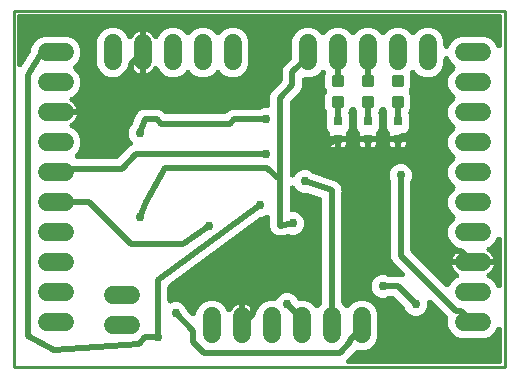
<source format=gbr>
G04 EAGLE Gerber X2 export*
%TF.Part,Single*%
%TF.FileFunction,Copper,L1,Top,Mixed*%
%TF.FilePolarity,Positive*%
%TF.GenerationSoftware,Autodesk,EAGLE,8.7.0*%
%TF.CreationDate,2021-03-05T05:17:05Z*%
G75*
%MOMM*%
%FSLAX34Y34*%
%LPD*%
%AMOC8*
5,1,8,0,0,1.08239X$1,22.5*%
G01*
%ADD10C,1.524000*%
%ADD11C,0.300000*%
%ADD12R,0.800000X0.800000*%
%ADD13C,0.508000*%
%ADD14C,0.756400*%
%ADD15C,0.558800*%
%ADD16C,0.254000*%

G36*
X87038Y176573D02*
X87038Y176573D01*
X87203Y176580D01*
X87262Y176593D01*
X87323Y176599D01*
X87482Y176642D01*
X87642Y176678D01*
X87699Y176701D01*
X87757Y176717D01*
X87905Y176788D01*
X88058Y176851D01*
X88109Y176884D01*
X88164Y176911D01*
X88297Y177006D01*
X88436Y177096D01*
X88494Y177147D01*
X88530Y177173D01*
X88573Y177216D01*
X88670Y177302D01*
X98599Y187231D01*
X99131Y187452D01*
X99204Y187490D01*
X99281Y187519D01*
X99403Y187594D01*
X99530Y187660D01*
X99595Y187711D01*
X99666Y187753D01*
X99773Y187848D01*
X99886Y187936D01*
X99941Y187997D01*
X100003Y188052D01*
X100092Y188164D01*
X100188Y188270D01*
X100231Y188340D01*
X100282Y188405D01*
X100350Y188531D01*
X100426Y188652D01*
X100456Y188729D01*
X100495Y188802D01*
X100539Y188938D01*
X100592Y189071D01*
X100609Y189151D01*
X100634Y189230D01*
X100654Y189372D01*
X100682Y189512D01*
X100684Y189594D01*
X100696Y189676D01*
X100690Y189819D01*
X100693Y189962D01*
X100681Y190043D01*
X100677Y190126D01*
X100646Y190265D01*
X100624Y190407D01*
X100597Y190485D01*
X100580Y190565D01*
X100524Y190697D01*
X100478Y190833D01*
X100438Y190905D01*
X100406Y190981D01*
X100328Y191101D01*
X100259Y191226D01*
X100206Y191290D01*
X100162Y191359D01*
X99998Y191544D01*
X99973Y191574D01*
X99965Y191581D01*
X99955Y191593D01*
X98736Y192812D01*
X97309Y196256D01*
X97309Y199984D01*
X98736Y203428D01*
X100291Y204983D01*
X100399Y205112D01*
X100512Y205236D01*
X100543Y205284D01*
X100579Y205328D01*
X100663Y205475D01*
X100753Y205617D01*
X100782Y205682D01*
X100803Y205719D01*
X100824Y205777D01*
X100879Y205903D01*
X102818Y211184D01*
X102835Y211247D01*
X102860Y211307D01*
X102893Y211464D01*
X102935Y211619D01*
X102941Y211684D01*
X102948Y211717D01*
X103509Y213072D01*
X103521Y213110D01*
X103547Y213169D01*
X104058Y214560D01*
X104114Y214633D01*
X104144Y214691D01*
X104164Y214719D01*
X105200Y215756D01*
X105225Y215786D01*
X105272Y215831D01*
X106277Y216921D01*
X106357Y216967D01*
X106407Y217009D01*
X106436Y217028D01*
X107790Y217589D01*
X107825Y217607D01*
X107885Y217630D01*
X109231Y218253D01*
X109322Y218265D01*
X109384Y218285D01*
X109418Y218291D01*
X110885Y218291D01*
X110924Y218294D01*
X110988Y218293D01*
X112470Y218353D01*
X112558Y218330D01*
X112623Y218324D01*
X112687Y218310D01*
X112999Y218291D01*
X122397Y218291D01*
X125384Y217053D01*
X127035Y215402D01*
X127162Y215297D01*
X127282Y215185D01*
X127334Y215153D01*
X127381Y215114D01*
X127523Y215032D01*
X127662Y214944D01*
X127719Y214920D01*
X127772Y214890D01*
X127927Y214835D01*
X128079Y214773D01*
X128138Y214760D01*
X128196Y214739D01*
X128358Y214713D01*
X128519Y214678D01*
X128596Y214673D01*
X128640Y214666D01*
X128701Y214667D01*
X128831Y214659D01*
X178314Y214659D01*
X178478Y214673D01*
X178643Y214680D01*
X178702Y214693D01*
X178763Y214699D01*
X178922Y214742D01*
X179082Y214778D01*
X179139Y214801D01*
X179197Y214817D01*
X179345Y214888D01*
X179498Y214951D01*
X179549Y214984D01*
X179604Y215011D01*
X179737Y215106D01*
X179876Y215196D01*
X179934Y215247D01*
X179970Y215273D01*
X180013Y215316D01*
X180110Y215402D01*
X181761Y217053D01*
X184749Y218291D01*
X207993Y218291D01*
X208109Y218301D01*
X208226Y218302D01*
X208333Y218321D01*
X208441Y218331D01*
X208554Y218362D01*
X208669Y218383D01*
X208815Y218433D01*
X208875Y218449D01*
X208908Y218465D01*
X208964Y218484D01*
X211496Y219533D01*
X214602Y219533D01*
X214637Y219536D01*
X214671Y219534D01*
X214860Y219556D01*
X215051Y219573D01*
X215084Y219582D01*
X215118Y219586D01*
X215301Y219641D01*
X215485Y219691D01*
X215516Y219706D01*
X215549Y219716D01*
X215720Y219803D01*
X215892Y219885D01*
X215920Y219905D01*
X215951Y219921D01*
X216103Y220036D01*
X216258Y220147D01*
X216282Y220172D01*
X216309Y220193D01*
X216438Y220333D01*
X216572Y220470D01*
X216591Y220498D01*
X216615Y220524D01*
X216717Y220685D01*
X216824Y220843D01*
X216838Y220874D01*
X216856Y220904D01*
X216929Y221080D01*
X217006Y221254D01*
X217014Y221288D01*
X217027Y221320D01*
X217067Y221507D01*
X217113Y221692D01*
X217115Y221726D01*
X217122Y221760D01*
X217141Y222072D01*
X217141Y230070D01*
X218379Y233058D01*
X221022Y235701D01*
X221023Y235702D01*
X226920Y241599D01*
X227025Y241725D01*
X227137Y241846D01*
X227169Y241897D01*
X227208Y241944D01*
X227290Y242087D01*
X227378Y242225D01*
X227402Y242282D01*
X227432Y242335D01*
X227487Y242490D01*
X227549Y242642D01*
X227562Y242702D01*
X227583Y242759D01*
X227609Y242922D01*
X227644Y243082D01*
X227649Y243159D01*
X227656Y243203D01*
X227655Y243264D01*
X227663Y243394D01*
X227663Y251555D01*
X228901Y254543D01*
X234968Y260609D01*
X235073Y260736D01*
X235185Y260856D01*
X235217Y260908D01*
X235256Y260955D01*
X235338Y261097D01*
X235426Y261236D01*
X235450Y261293D01*
X235480Y261346D01*
X235535Y261501D01*
X235597Y261653D01*
X235610Y261712D01*
X235631Y261770D01*
X235657Y261932D01*
X235692Y262093D01*
X235697Y262170D01*
X235704Y262214D01*
X235703Y262275D01*
X235711Y262405D01*
X235711Y276947D01*
X237722Y281802D01*
X241438Y285518D01*
X246293Y287529D01*
X251547Y287529D01*
X256402Y285518D01*
X259824Y282095D01*
X259851Y282073D01*
X259874Y282047D01*
X260023Y281929D01*
X260170Y281807D01*
X260200Y281789D01*
X260227Y281768D01*
X260395Y281678D01*
X260561Y281583D01*
X260593Y281572D01*
X260624Y281555D01*
X260805Y281496D01*
X260985Y281432D01*
X261019Y281427D01*
X261052Y281416D01*
X261241Y281390D01*
X261429Y281359D01*
X261464Y281359D01*
X261498Y281355D01*
X261689Y281362D01*
X261879Y281365D01*
X261914Y281372D01*
X261948Y281373D01*
X262134Y281414D01*
X262322Y281451D01*
X262354Y281463D01*
X262388Y281471D01*
X262564Y281544D01*
X262742Y281613D01*
X262771Y281631D01*
X262803Y281644D01*
X262964Y281748D01*
X263126Y281847D01*
X263152Y281870D01*
X263181Y281889D01*
X263416Y282095D01*
X266838Y285518D01*
X271693Y287529D01*
X276947Y287529D01*
X281802Y285518D01*
X285224Y282095D01*
X285251Y282073D01*
X285274Y282047D01*
X285423Y281929D01*
X285570Y281807D01*
X285600Y281789D01*
X285627Y281768D01*
X285795Y281678D01*
X285961Y281583D01*
X285993Y281572D01*
X286024Y281555D01*
X286205Y281496D01*
X286385Y281432D01*
X286419Y281427D01*
X286452Y281416D01*
X286641Y281390D01*
X286829Y281359D01*
X286864Y281359D01*
X286898Y281355D01*
X287089Y281362D01*
X287279Y281365D01*
X287314Y281372D01*
X287348Y281373D01*
X287534Y281414D01*
X287722Y281451D01*
X287754Y281463D01*
X287788Y281471D01*
X287964Y281544D01*
X288142Y281613D01*
X288171Y281631D01*
X288203Y281644D01*
X288364Y281748D01*
X288526Y281847D01*
X288552Y281870D01*
X288581Y281889D01*
X288816Y282095D01*
X292238Y285518D01*
X297093Y287529D01*
X302347Y287529D01*
X307202Y285518D01*
X310624Y282095D01*
X310651Y282073D01*
X310674Y282047D01*
X310823Y281929D01*
X310970Y281807D01*
X311000Y281789D01*
X311027Y281768D01*
X311195Y281678D01*
X311361Y281583D01*
X311393Y281572D01*
X311424Y281555D01*
X311605Y281496D01*
X311785Y281432D01*
X311819Y281427D01*
X311852Y281416D01*
X312041Y281390D01*
X312229Y281359D01*
X312264Y281359D01*
X312298Y281355D01*
X312489Y281362D01*
X312679Y281365D01*
X312714Y281372D01*
X312748Y281373D01*
X312934Y281414D01*
X313122Y281451D01*
X313154Y281463D01*
X313188Y281471D01*
X313364Y281544D01*
X313542Y281613D01*
X313571Y281631D01*
X313603Y281644D01*
X313764Y281748D01*
X313926Y281847D01*
X313952Y281870D01*
X313981Y281889D01*
X314216Y282095D01*
X317638Y285518D01*
X322493Y287529D01*
X327747Y287529D01*
X332602Y285518D01*
X336024Y282095D01*
X336051Y282073D01*
X336074Y282047D01*
X336223Y281929D01*
X336370Y281807D01*
X336400Y281789D01*
X336427Y281768D01*
X336595Y281678D01*
X336761Y281583D01*
X336793Y281572D01*
X336824Y281555D01*
X337005Y281496D01*
X337185Y281432D01*
X337219Y281427D01*
X337252Y281416D01*
X337441Y281390D01*
X337629Y281359D01*
X337664Y281359D01*
X337698Y281355D01*
X337889Y281362D01*
X338079Y281365D01*
X338114Y281372D01*
X338148Y281373D01*
X338334Y281414D01*
X338522Y281451D01*
X338554Y281463D01*
X338588Y281471D01*
X338764Y281544D01*
X338942Y281613D01*
X338971Y281631D01*
X339003Y281644D01*
X339164Y281748D01*
X339326Y281847D01*
X339352Y281870D01*
X339381Y281889D01*
X339616Y282095D01*
X343038Y285518D01*
X347893Y287529D01*
X353147Y287529D01*
X358002Y285518D01*
X361718Y281802D01*
X363729Y276947D01*
X363729Y272285D01*
X363744Y272108D01*
X363754Y271931D01*
X363764Y271884D01*
X363769Y271837D01*
X363815Y271665D01*
X363856Y271492D01*
X363875Y271448D01*
X363887Y271402D01*
X363963Y271242D01*
X364034Y271079D01*
X364060Y271039D01*
X364081Y270996D01*
X364184Y270852D01*
X364282Y270703D01*
X364315Y270668D01*
X364343Y270630D01*
X364470Y270506D01*
X364592Y270377D01*
X364631Y270349D01*
X364665Y270316D01*
X364813Y270216D01*
X364956Y270111D01*
X364999Y270090D01*
X365038Y270063D01*
X365201Y269991D01*
X365360Y269914D01*
X365406Y269901D01*
X365450Y269881D01*
X365623Y269839D01*
X365794Y269791D01*
X365841Y269786D01*
X365888Y269775D01*
X366065Y269764D01*
X366242Y269746D01*
X366289Y269750D01*
X366337Y269747D01*
X366514Y269767D01*
X366691Y269781D01*
X366737Y269793D01*
X366784Y269799D01*
X366955Y269851D01*
X367126Y269895D01*
X367169Y269915D01*
X367215Y269929D01*
X367374Y270010D01*
X367535Y270084D01*
X367574Y270112D01*
X367617Y270134D01*
X367758Y270241D01*
X367904Y270343D01*
X367937Y270377D01*
X367975Y270406D01*
X368096Y270536D01*
X368221Y270662D01*
X368248Y270701D01*
X368280Y270737D01*
X368376Y270887D01*
X368477Y271033D01*
X368503Y271086D01*
X368522Y271117D01*
X368546Y271175D01*
X368614Y271313D01*
X369802Y274182D01*
X373518Y277898D01*
X378373Y279909D01*
X398867Y279909D01*
X403722Y277898D01*
X407438Y274182D01*
X408374Y271922D01*
X408457Y271764D01*
X408533Y271604D01*
X408560Y271565D01*
X408583Y271523D01*
X408691Y271382D01*
X408795Y271238D01*
X408829Y271205D01*
X408858Y271167D01*
X408990Y271048D01*
X409117Y270924D01*
X409157Y270897D01*
X409193Y270865D01*
X409343Y270771D01*
X409490Y270672D01*
X409534Y270652D01*
X409575Y270627D01*
X409740Y270562D01*
X409902Y270490D01*
X409949Y270478D01*
X409993Y270461D01*
X410167Y270425D01*
X410340Y270383D01*
X410387Y270380D01*
X410434Y270370D01*
X410612Y270366D01*
X410789Y270355D01*
X410837Y270361D01*
X410884Y270360D01*
X411060Y270387D01*
X411236Y270407D01*
X411282Y270421D01*
X411329Y270428D01*
X411497Y270486D01*
X411667Y270538D01*
X411710Y270559D01*
X411755Y270575D01*
X411910Y270661D01*
X412069Y270742D01*
X412107Y270771D01*
X412148Y270794D01*
X412286Y270907D01*
X412427Y271014D01*
X412460Y271049D01*
X412497Y271079D01*
X412612Y271215D01*
X412733Y271345D01*
X412758Y271385D01*
X412789Y271422D01*
X412879Y271575D01*
X412974Y271725D01*
X412993Y271769D01*
X413017Y271810D01*
X413078Y271977D01*
X413145Y272141D01*
X413155Y272188D01*
X413172Y272233D01*
X413203Y272408D01*
X413240Y272582D01*
X413244Y272641D01*
X413250Y272677D01*
X413250Y272740D01*
X413259Y272894D01*
X413259Y297080D01*
X413256Y297115D01*
X413258Y297149D01*
X413236Y297338D01*
X413219Y297529D01*
X413210Y297562D01*
X413206Y297596D01*
X413151Y297779D01*
X413101Y297963D01*
X413086Y297994D01*
X413076Y298027D01*
X412989Y298198D01*
X412907Y298370D01*
X412887Y298398D01*
X412872Y298429D01*
X412756Y298581D01*
X412645Y298736D01*
X412620Y298760D01*
X412600Y298787D01*
X412460Y298916D01*
X412323Y299050D01*
X412294Y299069D01*
X412268Y299093D01*
X412107Y299195D01*
X411950Y299302D01*
X411918Y299316D01*
X411889Y299334D01*
X411712Y299407D01*
X411538Y299484D01*
X411504Y299492D01*
X411472Y299505D01*
X411285Y299545D01*
X411100Y299591D01*
X411066Y299593D01*
X411032Y299600D01*
X410720Y299619D01*
X5080Y299619D01*
X5045Y299616D01*
X5011Y299618D01*
X4822Y299596D01*
X4631Y299579D01*
X4598Y299570D01*
X4564Y299566D01*
X4381Y299511D01*
X4197Y299461D01*
X4166Y299446D01*
X4133Y299436D01*
X3962Y299349D01*
X3790Y299267D01*
X3762Y299247D01*
X3731Y299232D01*
X3579Y299116D01*
X3424Y299005D01*
X3400Y298980D01*
X3373Y298960D01*
X3244Y298820D01*
X3110Y298683D01*
X3091Y298654D01*
X3067Y298628D01*
X2965Y298467D01*
X2858Y298310D01*
X2844Y298278D01*
X2826Y298249D01*
X2753Y298072D01*
X2676Y297898D01*
X2668Y297864D01*
X2655Y297832D01*
X2615Y297645D01*
X2569Y297460D01*
X2567Y297426D01*
X2560Y297392D01*
X2541Y297080D01*
X2541Y256666D01*
X2559Y256457D01*
X2575Y256250D01*
X2579Y256234D01*
X2581Y256218D01*
X2636Y256015D01*
X2688Y255814D01*
X2695Y255799D01*
X2699Y255783D01*
X2788Y255596D01*
X2876Y255405D01*
X2886Y255391D01*
X2893Y255377D01*
X3014Y255207D01*
X3134Y255035D01*
X3145Y255024D01*
X3155Y255011D01*
X3305Y254864D01*
X3452Y254717D01*
X3466Y254708D01*
X3477Y254697D01*
X3651Y254579D01*
X3822Y254460D01*
X3837Y254454D01*
X3850Y254444D01*
X4042Y254360D01*
X4231Y254273D01*
X4247Y254269D01*
X4262Y254262D01*
X4465Y254213D01*
X4667Y254161D01*
X4684Y254159D01*
X4700Y254156D01*
X4907Y254143D01*
X5117Y254127D01*
X5133Y254129D01*
X5149Y254128D01*
X5356Y254152D01*
X5564Y254174D01*
X5580Y254178D01*
X5596Y254180D01*
X5797Y254241D01*
X5997Y254298D01*
X6012Y254305D01*
X6027Y254310D01*
X6213Y254405D01*
X6401Y254497D01*
X6414Y254507D01*
X6429Y254515D01*
X6595Y254640D01*
X6763Y254765D01*
X6774Y254777D01*
X6787Y254787D01*
X6929Y254940D01*
X7072Y255092D01*
X7084Y255108D01*
X7092Y255118D01*
X7117Y255156D01*
X7251Y255349D01*
X14363Y267067D01*
X14400Y267144D01*
X14446Y267216D01*
X14500Y267345D01*
X14561Y267471D01*
X14585Y267553D01*
X14617Y267632D01*
X14647Y267769D01*
X14685Y267904D01*
X14694Y267989D01*
X14712Y268073D01*
X14727Y268308D01*
X14731Y268352D01*
X14730Y268365D01*
X14731Y268385D01*
X14731Y269327D01*
X16742Y274182D01*
X20458Y277898D01*
X25313Y279909D01*
X45807Y279909D01*
X50662Y277898D01*
X54378Y274182D01*
X56389Y269327D01*
X56389Y264073D01*
X54378Y259218D01*
X50955Y255796D01*
X50933Y255769D01*
X50907Y255746D01*
X50789Y255597D01*
X50667Y255450D01*
X50649Y255420D01*
X50628Y255393D01*
X50538Y255225D01*
X50443Y255059D01*
X50432Y255027D01*
X50415Y254996D01*
X50356Y254815D01*
X50292Y254635D01*
X50287Y254601D01*
X50276Y254568D01*
X50250Y254379D01*
X50219Y254191D01*
X50219Y254156D01*
X50215Y254122D01*
X50222Y253931D01*
X50225Y253740D01*
X50232Y253706D01*
X50233Y253672D01*
X50274Y253486D01*
X50311Y253298D01*
X50323Y253266D01*
X50331Y253232D01*
X50404Y253057D01*
X50473Y252878D01*
X50491Y252849D01*
X50504Y252817D01*
X50607Y252657D01*
X50707Y252494D01*
X50730Y252468D01*
X50749Y252439D01*
X50955Y252204D01*
X54378Y248782D01*
X56389Y243927D01*
X56389Y238673D01*
X54378Y233818D01*
X50662Y230102D01*
X48594Y229246D01*
X48567Y229232D01*
X48539Y229222D01*
X48368Y229128D01*
X48195Y229037D01*
X48171Y229019D01*
X48145Y229004D01*
X47994Y228881D01*
X47839Y228761D01*
X47819Y228739D01*
X47795Y228720D01*
X47668Y228572D01*
X47538Y228427D01*
X47522Y228401D01*
X47502Y228378D01*
X47402Y228210D01*
X47300Y228045D01*
X47288Y228017D01*
X47273Y227990D01*
X47205Y227807D01*
X47133Y227627D01*
X47127Y227597D01*
X47116Y227568D01*
X47082Y227377D01*
X47043Y227185D01*
X47042Y227155D01*
X47037Y227125D01*
X47037Y226931D01*
X47032Y226735D01*
X47037Y226705D01*
X47037Y226675D01*
X47071Y226484D01*
X47101Y226290D01*
X47111Y226261D01*
X47116Y226232D01*
X47184Y226049D01*
X47247Y225865D01*
X47262Y225838D01*
X47273Y225809D01*
X47372Y225642D01*
X47467Y225471D01*
X47486Y225448D01*
X47501Y225422D01*
X47628Y225274D01*
X47752Y225123D01*
X47775Y225103D01*
X47795Y225080D01*
X47946Y224957D01*
X48094Y224830D01*
X48120Y224815D01*
X48144Y224796D01*
X48413Y224637D01*
X48505Y224590D01*
X49799Y223650D01*
X50930Y222519D01*
X51870Y221225D01*
X52596Y219800D01*
X53039Y218439D01*
X35560Y218439D01*
X35526Y218436D01*
X35491Y218438D01*
X35302Y218416D01*
X35112Y218399D01*
X35078Y218390D01*
X35044Y218386D01*
X34861Y218331D01*
X34677Y218281D01*
X34646Y218266D01*
X34613Y218256D01*
X34442Y218169D01*
X34271Y218088D01*
X34243Y218067D01*
X34212Y218052D01*
X34060Y217936D01*
X33905Y217825D01*
X33881Y217801D01*
X33853Y217780D01*
X33724Y217640D01*
X33591Y217503D01*
X33571Y217474D01*
X33548Y217449D01*
X33445Y217288D01*
X33339Y217130D01*
X33325Y217098D01*
X33306Y217069D01*
X33234Y216892D01*
X33156Y216718D01*
X33148Y216684D01*
X33135Y216652D01*
X33095Y216466D01*
X33050Y216280D01*
X33048Y216246D01*
X33040Y216212D01*
X33021Y215900D01*
X33024Y215865D01*
X33022Y215831D01*
X33044Y215641D01*
X33061Y215451D01*
X33070Y215418D01*
X33074Y215384D01*
X33129Y215201D01*
X33180Y215017D01*
X33194Y214986D01*
X33204Y214953D01*
X33291Y214782D01*
X33373Y214610D01*
X33393Y214582D01*
X33409Y214551D01*
X33524Y214399D01*
X33635Y214244D01*
X33660Y214220D01*
X33681Y214192D01*
X33821Y214063D01*
X33958Y213930D01*
X33986Y213911D01*
X34012Y213887D01*
X34173Y213785D01*
X34331Y213678D01*
X34362Y213664D01*
X34392Y213645D01*
X34568Y213573D01*
X34743Y213496D01*
X34776Y213488D01*
X34808Y213475D01*
X34995Y213434D01*
X35180Y213389D01*
X35214Y213387D01*
X35248Y213380D01*
X35560Y213361D01*
X53039Y213361D01*
X52596Y212000D01*
X51870Y210575D01*
X50930Y209281D01*
X49799Y208150D01*
X48505Y207210D01*
X48413Y207163D01*
X48387Y207147D01*
X48360Y207135D01*
X48198Y207028D01*
X48032Y206924D01*
X48009Y206903D01*
X47984Y206886D01*
X47843Y206752D01*
X47699Y206621D01*
X47680Y206597D01*
X47658Y206576D01*
X47543Y206418D01*
X47424Y206264D01*
X47410Y206237D01*
X47392Y206212D01*
X47307Y206038D01*
X47217Y205864D01*
X47208Y205835D01*
X47194Y205808D01*
X47141Y205620D01*
X47084Y205434D01*
X47080Y205404D01*
X47071Y205375D01*
X47052Y205180D01*
X47028Y204987D01*
X47030Y204957D01*
X47027Y204927D01*
X47042Y204732D01*
X47053Y204538D01*
X47060Y204508D01*
X47062Y204478D01*
X47112Y204289D01*
X47156Y204099D01*
X47168Y204072D01*
X47176Y204042D01*
X47258Y203866D01*
X47336Y203686D01*
X47353Y203661D01*
X47365Y203634D01*
X47477Y203474D01*
X47585Y203312D01*
X47606Y203290D01*
X47624Y203265D01*
X47762Y203128D01*
X47897Y202987D01*
X47922Y202969D01*
X47943Y202947D01*
X48103Y202837D01*
X48261Y202722D01*
X48288Y202709D01*
X48313Y202691D01*
X48594Y202554D01*
X50662Y201698D01*
X54378Y197982D01*
X56389Y193127D01*
X56389Y187873D01*
X54378Y183018D01*
X52253Y180894D01*
X52170Y180794D01*
X52079Y180701D01*
X52026Y180621D01*
X51965Y180548D01*
X51900Y180435D01*
X51827Y180328D01*
X51789Y180240D01*
X51741Y180157D01*
X51698Y180035D01*
X51645Y179916D01*
X51622Y179823D01*
X51590Y179733D01*
X51569Y179605D01*
X51538Y179478D01*
X51532Y179383D01*
X51517Y179289D01*
X51519Y179159D01*
X51511Y179029D01*
X51522Y178934D01*
X51523Y178838D01*
X51548Y178711D01*
X51563Y178582D01*
X51590Y178490D01*
X51609Y178396D01*
X51655Y178275D01*
X51693Y178151D01*
X51736Y178065D01*
X51771Y177976D01*
X51838Y177865D01*
X51897Y177749D01*
X51955Y177673D01*
X52005Y177592D01*
X52091Y177494D01*
X52169Y177391D01*
X52240Y177326D01*
X52303Y177254D01*
X52405Y177174D01*
X52501Y177085D01*
X52581Y177034D01*
X52656Y176975D01*
X52771Y176914D01*
X52880Y176844D01*
X52969Y176807D01*
X53053Y176762D01*
X53177Y176722D01*
X53297Y176673D01*
X53390Y176653D01*
X53481Y176623D01*
X53610Y176605D01*
X53737Y176578D01*
X53867Y176570D01*
X53927Y176562D01*
X53972Y176563D01*
X54049Y176559D01*
X86874Y176559D01*
X87038Y176573D01*
G37*
G36*
X410755Y2544D02*
X410755Y2544D01*
X410789Y2542D01*
X410978Y2564D01*
X411169Y2581D01*
X411202Y2590D01*
X411236Y2594D01*
X411419Y2649D01*
X411603Y2699D01*
X411634Y2714D01*
X411667Y2724D01*
X411838Y2811D01*
X412010Y2893D01*
X412038Y2913D01*
X412069Y2928D01*
X412221Y3044D01*
X412376Y3155D01*
X412400Y3180D01*
X412427Y3200D01*
X412556Y3340D01*
X412690Y3477D01*
X412709Y3506D01*
X412733Y3532D01*
X412835Y3693D01*
X412942Y3850D01*
X412956Y3882D01*
X412974Y3911D01*
X413047Y4088D01*
X413124Y4262D01*
X413132Y4296D01*
X413145Y4328D01*
X413185Y4515D01*
X413231Y4700D01*
X413233Y4734D01*
X413240Y4768D01*
X413259Y5080D01*
X413259Y31906D01*
X413244Y32084D01*
X413234Y32261D01*
X413224Y32307D01*
X413219Y32355D01*
X413173Y32526D01*
X413132Y32699D01*
X413113Y32743D01*
X413101Y32789D01*
X413025Y32950D01*
X412954Y33113D01*
X412928Y33153D01*
X412907Y33196D01*
X412804Y33340D01*
X412706Y33489D01*
X412673Y33523D01*
X412645Y33562D01*
X412518Y33686D01*
X412396Y33814D01*
X412357Y33843D01*
X412323Y33876D01*
X412175Y33976D01*
X412032Y34080D01*
X411989Y34101D01*
X411950Y34128D01*
X411787Y34200D01*
X411628Y34278D01*
X411582Y34291D01*
X411538Y34310D01*
X411365Y34353D01*
X411194Y34401D01*
X411147Y34406D01*
X411100Y34417D01*
X410923Y34428D01*
X410746Y34446D01*
X410699Y34442D01*
X410651Y34445D01*
X410474Y34424D01*
X410297Y34410D01*
X410251Y34398D01*
X410204Y34393D01*
X410033Y34341D01*
X409862Y34296D01*
X409819Y34276D01*
X409773Y34262D01*
X409614Y34182D01*
X409453Y34107D01*
X409414Y34080D01*
X409371Y34058D01*
X409230Y33951D01*
X409084Y33849D01*
X409051Y33815D01*
X409013Y33786D01*
X408892Y33655D01*
X408767Y33529D01*
X408740Y33490D01*
X408708Y33455D01*
X408612Y33305D01*
X408511Y33159D01*
X408485Y33106D01*
X408466Y33075D01*
X408442Y33017D01*
X408374Y32878D01*
X407438Y30618D01*
X403722Y26902D01*
X398867Y24891D01*
X378373Y24891D01*
X373518Y26902D01*
X369802Y30618D01*
X367791Y35473D01*
X367791Y40728D01*
X367855Y40930D01*
X367920Y41130D01*
X367921Y41143D01*
X367925Y41155D01*
X367952Y41367D01*
X367981Y41576D01*
X367980Y41589D01*
X367982Y41602D01*
X367971Y41813D01*
X367963Y42026D01*
X367960Y42039D01*
X367959Y42052D01*
X367911Y42257D01*
X367865Y42465D01*
X367860Y42477D01*
X367857Y42490D01*
X367773Y42685D01*
X367691Y42881D01*
X367684Y42892D01*
X367679Y42904D01*
X367562Y43080D01*
X367447Y43259D01*
X367437Y43271D01*
X367431Y43280D01*
X367404Y43308D01*
X367240Y43493D01*
X354066Y56668D01*
X353966Y56751D01*
X353873Y56842D01*
X353793Y56895D01*
X353720Y56957D01*
X353607Y57021D01*
X353500Y57094D01*
X353412Y57133D01*
X353329Y57180D01*
X353207Y57223D01*
X353088Y57276D01*
X352995Y57299D01*
X352905Y57331D01*
X352776Y57352D01*
X352650Y57383D01*
X352555Y57389D01*
X352461Y57404D01*
X352330Y57402D01*
X352201Y57410D01*
X352106Y57399D01*
X352010Y57398D01*
X351883Y57373D01*
X351754Y57358D01*
X351662Y57331D01*
X351568Y57313D01*
X351447Y57266D01*
X351323Y57228D01*
X351238Y57185D01*
X351148Y57150D01*
X351037Y57083D01*
X350921Y57024D01*
X350845Y56966D01*
X350764Y56916D01*
X350666Y56830D01*
X350563Y56752D01*
X350498Y56681D01*
X350426Y56618D01*
X350346Y56516D01*
X350257Y56421D01*
X350206Y56340D01*
X350147Y56265D01*
X350086Y56151D01*
X350016Y56041D01*
X349979Y55952D01*
X349934Y55868D01*
X349894Y55745D01*
X349845Y55624D01*
X349825Y55531D01*
X349795Y55440D01*
X349777Y55311D01*
X349750Y55184D01*
X349742Y55054D01*
X349734Y54994D01*
X349735Y54949D01*
X349731Y54872D01*
X349731Y51476D01*
X348304Y48032D01*
X345668Y45396D01*
X342224Y43969D01*
X338496Y43969D01*
X335052Y45396D01*
X332416Y48032D01*
X331367Y50564D01*
X331313Y50667D01*
X331268Y50775D01*
X331209Y50866D01*
X331159Y50963D01*
X331087Y51055D01*
X331024Y51153D01*
X330922Y51269D01*
X330883Y51319D01*
X330856Y51343D01*
X330817Y51388D01*
X322497Y59708D01*
X322370Y59813D01*
X322250Y59925D01*
X322198Y59957D01*
X322151Y59996D01*
X322009Y60078D01*
X321870Y60166D01*
X321813Y60190D01*
X321760Y60220D01*
X321606Y60275D01*
X321453Y60337D01*
X321394Y60350D01*
X321336Y60371D01*
X321174Y60397D01*
X321013Y60432D01*
X320936Y60437D01*
X320892Y60444D01*
X320831Y60443D01*
X320701Y60451D01*
X317787Y60451D01*
X317671Y60441D01*
X317554Y60441D01*
X317447Y60421D01*
X317339Y60411D01*
X317226Y60381D01*
X317111Y60360D01*
X316965Y60309D01*
X316905Y60293D01*
X316872Y60277D01*
X316816Y60258D01*
X314284Y59209D01*
X310556Y59209D01*
X307112Y60636D01*
X304476Y63272D01*
X303049Y66716D01*
X303049Y70444D01*
X304476Y73888D01*
X307112Y76524D01*
X310556Y77951D01*
X314284Y77951D01*
X316816Y76902D01*
X316927Y76867D01*
X317035Y76823D01*
X317142Y76800D01*
X317245Y76767D01*
X317361Y76753D01*
X317476Y76728D01*
X317629Y76718D01*
X317692Y76711D01*
X317728Y76712D01*
X317787Y76709D01*
X326737Y76709D01*
X327384Y76441D01*
X327553Y76388D01*
X327720Y76328D01*
X327768Y76320D01*
X327813Y76306D01*
X327989Y76284D01*
X328165Y76255D01*
X328212Y76255D01*
X328260Y76249D01*
X328437Y76258D01*
X328615Y76261D01*
X328662Y76270D01*
X328710Y76272D01*
X328882Y76313D01*
X329057Y76346D01*
X329102Y76364D01*
X329148Y76375D01*
X329311Y76445D01*
X329477Y76509D01*
X329518Y76534D01*
X329562Y76552D01*
X329710Y76650D01*
X329862Y76743D01*
X329898Y76774D01*
X329937Y76801D01*
X330066Y76923D01*
X330199Y77041D01*
X330229Y77078D01*
X330263Y77111D01*
X330368Y77255D01*
X330478Y77394D01*
X330501Y77436D01*
X330529Y77475D01*
X330607Y77634D01*
X330691Y77791D01*
X330706Y77836D01*
X330727Y77879D01*
X330775Y78050D01*
X330830Y78219D01*
X330837Y78266D01*
X330850Y78312D01*
X330867Y78489D01*
X330892Y78665D01*
X330890Y78713D01*
X330894Y78760D01*
X330881Y78937D01*
X330873Y79115D01*
X330863Y79162D01*
X330859Y79209D01*
X330814Y79381D01*
X330776Y79555D01*
X330757Y79599D01*
X330745Y79645D01*
X330670Y79806D01*
X330602Y79970D01*
X330576Y80010D01*
X330556Y80054D01*
X330454Y80199D01*
X330358Y80348D01*
X330319Y80393D01*
X330298Y80422D01*
X330253Y80467D01*
X330151Y80582D01*
X323413Y87321D01*
X320769Y89964D01*
X319531Y92952D01*
X319531Y157193D01*
X319521Y157309D01*
X319521Y157426D01*
X319501Y157533D01*
X319491Y157641D01*
X319461Y157754D01*
X319440Y157869D01*
X319389Y158015D01*
X319373Y158075D01*
X319357Y158108D01*
X319338Y158164D01*
X318289Y160696D01*
X318289Y164424D01*
X319716Y167868D01*
X322352Y170504D01*
X325796Y171931D01*
X329524Y171931D01*
X332968Y170504D01*
X335604Y167868D01*
X337031Y164424D01*
X337031Y160696D01*
X335982Y158164D01*
X335947Y158053D01*
X335903Y157945D01*
X335880Y157838D01*
X335847Y157735D01*
X335833Y157619D01*
X335808Y157504D01*
X335798Y157351D01*
X335791Y157288D01*
X335792Y157252D01*
X335789Y157193D01*
X335789Y98988D01*
X335790Y98971D01*
X335790Y98963D01*
X335795Y98918D01*
X335803Y98824D01*
X335810Y98660D01*
X335823Y98600D01*
X335829Y98539D01*
X335872Y98380D01*
X335908Y98220D01*
X335931Y98164D01*
X335947Y98105D01*
X336018Y97957D01*
X336081Y97805D01*
X336114Y97753D01*
X336141Y97698D01*
X336236Y97565D01*
X336326Y97426D01*
X336377Y97369D01*
X336403Y97332D01*
X336446Y97290D01*
X336532Y97192D01*
X365047Y68677D01*
X365111Y68624D01*
X365167Y68565D01*
X365283Y68481D01*
X365393Y68388D01*
X365464Y68348D01*
X365531Y68299D01*
X365659Y68236D01*
X365784Y68165D01*
X365861Y68138D01*
X365935Y68101D01*
X366073Y68062D01*
X366208Y68014D01*
X366289Y68001D01*
X366368Y67978D01*
X366511Y67964D01*
X366652Y67941D01*
X366735Y67942D01*
X366816Y67934D01*
X366959Y67945D01*
X367102Y67947D01*
X367183Y67963D01*
X367265Y67969D01*
X367404Y68005D01*
X367544Y68033D01*
X367621Y68062D01*
X367701Y68083D01*
X367831Y68143D01*
X367964Y68195D01*
X368035Y68238D01*
X368110Y68272D01*
X368227Y68354D01*
X368349Y68429D01*
X368411Y68483D01*
X368478Y68531D01*
X368579Y68632D01*
X368686Y68727D01*
X368738Y68791D01*
X368796Y68850D01*
X368877Y68968D01*
X368966Y69080D01*
X369005Y69153D01*
X369052Y69220D01*
X369160Y69442D01*
X369179Y69477D01*
X369182Y69487D01*
X369189Y69501D01*
X369802Y70982D01*
X373518Y74698D01*
X375586Y75554D01*
X375613Y75568D01*
X375641Y75578D01*
X375812Y75672D01*
X375985Y75763D01*
X376009Y75781D01*
X376035Y75796D01*
X376186Y75919D01*
X376341Y76039D01*
X376361Y76061D01*
X376385Y76080D01*
X376512Y76228D01*
X376642Y76373D01*
X376658Y76399D01*
X376678Y76422D01*
X376778Y76590D01*
X376880Y76755D01*
X376892Y76783D01*
X376907Y76810D01*
X376975Y76993D01*
X377047Y77173D01*
X377053Y77203D01*
X377064Y77232D01*
X377098Y77423D01*
X377137Y77615D01*
X377138Y77645D01*
X377143Y77675D01*
X377143Y77869D01*
X377148Y78065D01*
X377143Y78095D01*
X377143Y78125D01*
X377109Y78316D01*
X377079Y78510D01*
X377069Y78539D01*
X377064Y78568D01*
X376996Y78751D01*
X376933Y78935D01*
X376918Y78962D01*
X376907Y78991D01*
X376808Y79158D01*
X376713Y79329D01*
X376694Y79352D01*
X376679Y79378D01*
X376552Y79526D01*
X376428Y79677D01*
X376405Y79697D01*
X376385Y79720D01*
X376234Y79843D01*
X376086Y79970D01*
X376060Y79985D01*
X376036Y80004D01*
X375767Y80163D01*
X375675Y80210D01*
X374381Y81150D01*
X373250Y82281D01*
X372310Y83575D01*
X371584Y85000D01*
X371141Y86361D01*
X388620Y86361D01*
X406099Y86361D01*
X405656Y85000D01*
X404930Y83575D01*
X403990Y82281D01*
X402859Y81150D01*
X401565Y80210D01*
X401473Y80163D01*
X401447Y80147D01*
X401420Y80135D01*
X401258Y80028D01*
X401092Y79924D01*
X401069Y79903D01*
X401044Y79886D01*
X400903Y79752D01*
X400759Y79621D01*
X400740Y79597D01*
X400718Y79576D01*
X400603Y79418D01*
X400484Y79264D01*
X400470Y79237D01*
X400452Y79212D01*
X400367Y79038D01*
X400277Y78864D01*
X400268Y78835D01*
X400254Y78808D01*
X400201Y78621D01*
X400144Y78434D01*
X400140Y78404D01*
X400131Y78375D01*
X400112Y78180D01*
X400088Y77987D01*
X400090Y77957D01*
X400087Y77927D01*
X400102Y77732D01*
X400113Y77538D01*
X400120Y77508D01*
X400122Y77478D01*
X400172Y77289D01*
X400216Y77099D01*
X400228Y77072D01*
X400236Y77042D01*
X400318Y76866D01*
X400396Y76686D01*
X400413Y76661D01*
X400425Y76634D01*
X400537Y76474D01*
X400645Y76312D01*
X400666Y76290D01*
X400684Y76265D01*
X400822Y76128D01*
X400957Y75987D01*
X400982Y75969D01*
X401003Y75947D01*
X401163Y75837D01*
X401321Y75722D01*
X401348Y75709D01*
X401373Y75691D01*
X401654Y75554D01*
X403722Y74698D01*
X407438Y70982D01*
X408374Y68722D01*
X408457Y68564D01*
X408533Y68404D01*
X408560Y68365D01*
X408583Y68323D01*
X408692Y68182D01*
X408795Y68038D01*
X408829Y68005D01*
X408858Y67967D01*
X408990Y67848D01*
X409117Y67724D01*
X409157Y67697D01*
X409193Y67665D01*
X409343Y67571D01*
X409490Y67472D01*
X409534Y67452D01*
X409575Y67427D01*
X409740Y67361D01*
X409902Y67290D01*
X409949Y67278D01*
X409993Y67261D01*
X410167Y67225D01*
X410340Y67183D01*
X410387Y67180D01*
X410434Y67170D01*
X410612Y67166D01*
X410789Y67155D01*
X410837Y67161D01*
X410884Y67160D01*
X411060Y67187D01*
X411236Y67207D01*
X411282Y67221D01*
X411329Y67228D01*
X411497Y67286D01*
X411667Y67338D01*
X411710Y67359D01*
X411755Y67375D01*
X411910Y67461D01*
X412069Y67542D01*
X412107Y67571D01*
X412148Y67594D01*
X412286Y67707D01*
X412427Y67814D01*
X412460Y67849D01*
X412497Y67879D01*
X412612Y68014D01*
X412733Y68145D01*
X412758Y68186D01*
X412789Y68222D01*
X412879Y68375D01*
X412974Y68525D01*
X412993Y68569D01*
X413017Y68610D01*
X413078Y68777D01*
X413145Y68941D01*
X413155Y68988D01*
X413172Y69033D01*
X413203Y69208D01*
X413240Y69382D01*
X413244Y69441D01*
X413250Y69477D01*
X413250Y69540D01*
X413259Y69694D01*
X413259Y108106D01*
X413244Y108284D01*
X413234Y108461D01*
X413224Y108507D01*
X413219Y108555D01*
X413173Y108726D01*
X413132Y108899D01*
X413113Y108943D01*
X413101Y108989D01*
X413025Y109149D01*
X412954Y109313D01*
X412928Y109353D01*
X412907Y109396D01*
X412804Y109540D01*
X412706Y109689D01*
X412673Y109723D01*
X412645Y109762D01*
X412518Y109886D01*
X412395Y110015D01*
X412357Y110043D01*
X412323Y110076D01*
X412175Y110176D01*
X412032Y110280D01*
X411989Y110301D01*
X411950Y110328D01*
X411787Y110400D01*
X411628Y110478D01*
X411582Y110491D01*
X411538Y110510D01*
X411365Y110553D01*
X411194Y110601D01*
X411147Y110606D01*
X411100Y110617D01*
X410923Y110628D01*
X410746Y110646D01*
X410699Y110642D01*
X410651Y110645D01*
X410474Y110624D01*
X410297Y110610D01*
X410251Y110598D01*
X410204Y110593D01*
X410033Y110541D01*
X409862Y110496D01*
X409819Y110476D01*
X409773Y110462D01*
X409614Y110382D01*
X409453Y110307D01*
X409414Y110280D01*
X409371Y110258D01*
X409230Y110151D01*
X409084Y110049D01*
X409051Y110015D01*
X409013Y109986D01*
X408892Y109856D01*
X408767Y109729D01*
X408740Y109690D01*
X408708Y109655D01*
X408612Y109505D01*
X408511Y109359D01*
X408485Y109306D01*
X408466Y109275D01*
X408442Y109217D01*
X408374Y109078D01*
X407438Y106818D01*
X403722Y103102D01*
X401654Y102246D01*
X401627Y102232D01*
X401599Y102222D01*
X401428Y102128D01*
X401255Y102037D01*
X401231Y102019D01*
X401205Y102004D01*
X401054Y101881D01*
X400899Y101761D01*
X400879Y101739D01*
X400855Y101720D01*
X400728Y101571D01*
X400598Y101427D01*
X400582Y101401D01*
X400562Y101378D01*
X400462Y101210D01*
X400360Y101045D01*
X400348Y101017D01*
X400333Y100990D01*
X400265Y100807D01*
X400193Y100627D01*
X400187Y100597D01*
X400176Y100568D01*
X400142Y100377D01*
X400103Y100185D01*
X400102Y100155D01*
X400097Y100125D01*
X400097Y99931D01*
X400092Y99735D01*
X400097Y99705D01*
X400097Y99675D01*
X400131Y99484D01*
X400161Y99290D01*
X400171Y99261D01*
X400176Y99232D01*
X400244Y99049D01*
X400307Y98865D01*
X400322Y98838D01*
X400333Y98809D01*
X400432Y98642D01*
X400527Y98471D01*
X400546Y98448D01*
X400561Y98422D01*
X400688Y98274D01*
X400812Y98123D01*
X400835Y98103D01*
X400855Y98080D01*
X401006Y97957D01*
X401154Y97830D01*
X401180Y97815D01*
X401204Y97796D01*
X401473Y97637D01*
X401565Y97590D01*
X402859Y96650D01*
X403990Y95519D01*
X404930Y94225D01*
X405656Y92800D01*
X406099Y91439D01*
X388620Y91439D01*
X371141Y91439D01*
X371584Y92800D01*
X372310Y94225D01*
X373250Y95519D01*
X374381Y96650D01*
X375675Y97590D01*
X375767Y97637D01*
X375793Y97653D01*
X375820Y97665D01*
X375982Y97772D01*
X376148Y97876D01*
X376171Y97897D01*
X376196Y97914D01*
X376337Y98048D01*
X376481Y98179D01*
X376500Y98203D01*
X376522Y98224D01*
X376637Y98382D01*
X376756Y98536D01*
X376770Y98563D01*
X376788Y98588D01*
X376873Y98762D01*
X376963Y98936D01*
X376972Y98965D01*
X376986Y98992D01*
X377039Y99179D01*
X377096Y99366D01*
X377100Y99396D01*
X377109Y99425D01*
X377128Y99620D01*
X377152Y99813D01*
X377150Y99843D01*
X377153Y99873D01*
X377138Y100068D01*
X377127Y100262D01*
X377120Y100292D01*
X377118Y100322D01*
X377068Y100511D01*
X377024Y100701D01*
X377012Y100728D01*
X377004Y100758D01*
X376922Y100934D01*
X376844Y101114D01*
X376827Y101139D01*
X376815Y101166D01*
X376703Y101326D01*
X376595Y101488D01*
X376574Y101510D01*
X376556Y101535D01*
X376418Y101672D01*
X376283Y101813D01*
X376258Y101831D01*
X376237Y101853D01*
X376077Y101963D01*
X375919Y102078D01*
X375892Y102091D01*
X375867Y102109D01*
X375586Y102246D01*
X373518Y103102D01*
X369802Y106818D01*
X367791Y111673D01*
X367791Y116927D01*
X369802Y121782D01*
X373225Y125204D01*
X373247Y125231D01*
X373273Y125254D01*
X373336Y125334D01*
X373363Y125361D01*
X373391Y125404D01*
X373513Y125550D01*
X373531Y125580D01*
X373552Y125607D01*
X373642Y125775D01*
X373737Y125941D01*
X373748Y125973D01*
X373765Y126004D01*
X373824Y126185D01*
X373888Y126365D01*
X373893Y126399D01*
X373904Y126432D01*
X373930Y126621D01*
X373961Y126809D01*
X373961Y126844D01*
X373965Y126878D01*
X373958Y127069D01*
X373955Y127260D01*
X373948Y127294D01*
X373947Y127328D01*
X373906Y127514D01*
X373869Y127702D01*
X373857Y127734D01*
X373849Y127768D01*
X373776Y127943D01*
X373707Y128122D01*
X373689Y128151D01*
X373676Y128183D01*
X373573Y128343D01*
X373473Y128506D01*
X373450Y128532D01*
X373431Y128561D01*
X373225Y128796D01*
X369802Y132218D01*
X367791Y137073D01*
X367791Y142327D01*
X369802Y147182D01*
X373225Y150604D01*
X373247Y150631D01*
X373273Y150654D01*
X373337Y150735D01*
X373355Y150754D01*
X373375Y150783D01*
X373391Y150803D01*
X373513Y150950D01*
X373531Y150980D01*
X373552Y151007D01*
X373642Y151175D01*
X373737Y151341D01*
X373748Y151373D01*
X373765Y151404D01*
X373824Y151585D01*
X373888Y151765D01*
X373893Y151799D01*
X373904Y151832D01*
X373930Y152021D01*
X373961Y152209D01*
X373961Y152244D01*
X373965Y152278D01*
X373958Y152469D01*
X373955Y152660D01*
X373948Y152694D01*
X373947Y152728D01*
X373906Y152914D01*
X373869Y153102D01*
X373857Y153134D01*
X373849Y153168D01*
X373776Y153343D01*
X373707Y153522D01*
X373689Y153551D01*
X373676Y153583D01*
X373573Y153743D01*
X373473Y153906D01*
X373450Y153932D01*
X373431Y153961D01*
X373225Y154196D01*
X369802Y157618D01*
X367791Y162473D01*
X367791Y167727D01*
X369802Y172582D01*
X373225Y176004D01*
X373247Y176031D01*
X373273Y176054D01*
X373338Y176136D01*
X373348Y176146D01*
X373358Y176162D01*
X373391Y176203D01*
X373513Y176350D01*
X373531Y176380D01*
X373552Y176407D01*
X373642Y176575D01*
X373737Y176741D01*
X373748Y176773D01*
X373765Y176804D01*
X373823Y176984D01*
X373888Y177165D01*
X373893Y177199D01*
X373904Y177232D01*
X373930Y177421D01*
X373961Y177609D01*
X373961Y177644D01*
X373965Y177678D01*
X373958Y177868D01*
X373955Y178060D01*
X373948Y178094D01*
X373947Y178128D01*
X373906Y178314D01*
X373869Y178502D01*
X373857Y178534D01*
X373849Y178568D01*
X373776Y178743D01*
X373707Y178922D01*
X373689Y178951D01*
X373676Y178983D01*
X373573Y179143D01*
X373473Y179306D01*
X373450Y179332D01*
X373431Y179361D01*
X373225Y179596D01*
X369802Y183018D01*
X367791Y187873D01*
X367791Y193127D01*
X369802Y197982D01*
X373225Y201404D01*
X373247Y201431D01*
X373273Y201454D01*
X373339Y201538D01*
X373340Y201539D01*
X373342Y201541D01*
X373391Y201603D01*
X373513Y201750D01*
X373531Y201780D01*
X373552Y201807D01*
X373642Y201975D01*
X373737Y202141D01*
X373748Y202173D01*
X373765Y202204D01*
X373824Y202385D01*
X373888Y202565D01*
X373893Y202599D01*
X373904Y202632D01*
X373930Y202821D01*
X373961Y203009D01*
X373961Y203044D01*
X373965Y203078D01*
X373958Y203269D01*
X373955Y203460D01*
X373948Y203494D01*
X373947Y203528D01*
X373906Y203714D01*
X373869Y203902D01*
X373857Y203934D01*
X373849Y203968D01*
X373776Y204143D01*
X373707Y204322D01*
X373689Y204351D01*
X373676Y204383D01*
X373573Y204543D01*
X373473Y204706D01*
X373450Y204732D01*
X373431Y204761D01*
X373225Y204996D01*
X369802Y208418D01*
X367791Y213273D01*
X367791Y218527D01*
X369802Y223382D01*
X373225Y226804D01*
X373247Y226831D01*
X373273Y226854D01*
X373391Y227003D01*
X373513Y227150D01*
X373531Y227180D01*
X373552Y227207D01*
X373642Y227375D01*
X373737Y227541D01*
X373748Y227573D01*
X373765Y227604D01*
X373824Y227785D01*
X373888Y227965D01*
X373893Y227999D01*
X373904Y228032D01*
X373930Y228221D01*
X373961Y228409D01*
X373961Y228444D01*
X373965Y228478D01*
X373958Y228669D01*
X373955Y228860D01*
X373948Y228894D01*
X373947Y228928D01*
X373906Y229114D01*
X373869Y229302D01*
X373857Y229334D01*
X373849Y229368D01*
X373776Y229543D01*
X373707Y229722D01*
X373689Y229751D01*
X373676Y229783D01*
X373573Y229943D01*
X373473Y230106D01*
X373450Y230132D01*
X373431Y230161D01*
X373225Y230396D01*
X369802Y233818D01*
X367791Y238673D01*
X367791Y243927D01*
X369802Y248782D01*
X373225Y252204D01*
X373247Y252231D01*
X373273Y252254D01*
X373391Y252403D01*
X373513Y252550D01*
X373531Y252580D01*
X373552Y252607D01*
X373642Y252775D01*
X373737Y252941D01*
X373748Y252973D01*
X373765Y253004D01*
X373824Y253185D01*
X373888Y253365D01*
X373893Y253399D01*
X373904Y253432D01*
X373930Y253621D01*
X373961Y253809D01*
X373961Y253844D01*
X373965Y253878D01*
X373958Y254069D01*
X373955Y254260D01*
X373948Y254294D01*
X373947Y254328D01*
X373906Y254514D01*
X373869Y254702D01*
X373857Y254734D01*
X373849Y254768D01*
X373776Y254943D01*
X373707Y255122D01*
X373689Y255151D01*
X373676Y255183D01*
X373573Y255343D01*
X373473Y255506D01*
X373450Y255532D01*
X373431Y255561D01*
X373225Y255796D01*
X369802Y259218D01*
X368614Y262087D01*
X368532Y262244D01*
X368455Y262404D01*
X368428Y262443D01*
X368405Y262486D01*
X368297Y262626D01*
X368193Y262770D01*
X368159Y262804D01*
X368130Y262842D01*
X367998Y262960D01*
X367871Y263084D01*
X367831Y263111D01*
X367795Y263143D01*
X367645Y263237D01*
X367498Y263337D01*
X367454Y263356D01*
X367413Y263381D01*
X367248Y263447D01*
X367086Y263519D01*
X367039Y263530D01*
X366995Y263548D01*
X366821Y263583D01*
X366648Y263625D01*
X366601Y263628D01*
X366554Y263638D01*
X366376Y263642D01*
X366199Y263653D01*
X366151Y263648D01*
X366104Y263649D01*
X365928Y263622D01*
X365752Y263601D01*
X365706Y263587D01*
X365659Y263580D01*
X365491Y263522D01*
X365321Y263471D01*
X365278Y263449D01*
X365233Y263433D01*
X365078Y263347D01*
X364919Y263266D01*
X364881Y263238D01*
X364840Y263214D01*
X364702Y263102D01*
X364561Y262994D01*
X364528Y262959D01*
X364491Y262929D01*
X364376Y262794D01*
X364255Y262663D01*
X364230Y262623D01*
X364199Y262587D01*
X364109Y262434D01*
X364014Y262283D01*
X363995Y262239D01*
X363971Y262198D01*
X363910Y262031D01*
X363843Y261867D01*
X363833Y261820D01*
X363816Y261775D01*
X363785Y261600D01*
X363748Y261427D01*
X363744Y261368D01*
X363738Y261332D01*
X363738Y261269D01*
X363729Y261115D01*
X363729Y256453D01*
X361718Y251598D01*
X358002Y247882D01*
X353147Y245871D01*
X347893Y245871D01*
X343038Y247882D01*
X339616Y251305D01*
X339589Y251327D01*
X339566Y251353D01*
X339417Y251470D01*
X339270Y251593D01*
X339240Y251611D01*
X339213Y251632D01*
X339045Y251722D01*
X338879Y251817D01*
X338847Y251828D01*
X338816Y251845D01*
X338635Y251904D01*
X338455Y251968D01*
X338421Y251973D01*
X338388Y251984D01*
X338199Y252010D01*
X338011Y252041D01*
X337976Y252041D01*
X337942Y252045D01*
X337751Y252038D01*
X337560Y252035D01*
X337526Y252028D01*
X337492Y252027D01*
X337306Y251986D01*
X337118Y251949D01*
X337086Y251937D01*
X337052Y251929D01*
X336876Y251856D01*
X336698Y251787D01*
X336669Y251769D01*
X336637Y251756D01*
X336477Y251652D01*
X336314Y251553D01*
X336288Y251530D01*
X336259Y251511D01*
X336024Y251305D01*
X335846Y251126D01*
X335709Y250962D01*
X335572Y250802D01*
X335565Y250791D01*
X335557Y250780D01*
X335452Y250597D01*
X335344Y250413D01*
X335340Y250401D01*
X335333Y250389D01*
X335263Y250191D01*
X335189Y249991D01*
X335187Y249978D01*
X335183Y249965D01*
X335148Y249755D01*
X335111Y249547D01*
X335111Y249534D01*
X335109Y249521D01*
X335112Y249307D01*
X335113Y249097D01*
X335115Y249084D01*
X335115Y249071D01*
X335156Y248861D01*
X335194Y248654D01*
X335199Y248639D01*
X335201Y248629D01*
X335215Y248592D01*
X335295Y248358D01*
X335709Y247360D01*
X335709Y237540D01*
X334512Y234652D01*
X334463Y234495D01*
X334406Y234340D01*
X334396Y234280D01*
X334378Y234222D01*
X334357Y234059D01*
X334328Y233897D01*
X334329Y233836D01*
X334321Y233775D01*
X334329Y233611D01*
X334330Y233447D01*
X334341Y233387D01*
X334344Y233326D01*
X334381Y233166D01*
X334411Y233004D01*
X334436Y232931D01*
X334446Y232887D01*
X334470Y232831D01*
X334512Y232708D01*
X335709Y229820D01*
X335709Y220000D01*
X334616Y217362D01*
X334576Y217314D01*
X334439Y217154D01*
X334432Y217143D01*
X334424Y217132D01*
X334319Y216949D01*
X334212Y216765D01*
X334207Y216753D01*
X334201Y216742D01*
X334130Y216543D01*
X334056Y216343D01*
X334054Y216330D01*
X334050Y216317D01*
X334015Y216108D01*
X333978Y215899D01*
X333978Y215886D01*
X333976Y215873D01*
X333979Y215659D01*
X333980Y215449D01*
X333982Y215436D01*
X333982Y215423D01*
X334023Y215214D01*
X334061Y215006D01*
X334066Y214991D01*
X334068Y214981D01*
X334082Y214944D01*
X334162Y214711D01*
X334709Y213392D01*
X334709Y203168D01*
X333858Y201114D01*
X332371Y199628D01*
X332342Y199592D01*
X332307Y199561D01*
X332197Y199419D01*
X332082Y199282D01*
X332059Y199242D01*
X332031Y199205D01*
X331948Y199047D01*
X331859Y198891D01*
X331844Y198848D01*
X331822Y198807D01*
X331768Y198636D01*
X331708Y198467D01*
X331701Y198421D01*
X331687Y198377D01*
X331664Y198200D01*
X331635Y198023D01*
X331635Y197977D01*
X331630Y197930D01*
X331638Y197752D01*
X331641Y197573D01*
X331650Y197527D01*
X331652Y197481D01*
X331661Y197438D01*
X331661Y195579D01*
X325120Y195579D01*
X318579Y195579D01*
X318579Y197481D01*
X318603Y197618D01*
X318603Y197664D01*
X318609Y197710D01*
X318602Y197890D01*
X318601Y198068D01*
X318593Y198114D01*
X318591Y198160D01*
X318552Y198335D01*
X318520Y198511D01*
X318504Y198555D01*
X318494Y198600D01*
X318425Y198765D01*
X318362Y198933D01*
X318338Y198973D01*
X318320Y199015D01*
X318223Y199165D01*
X318131Y199320D01*
X318101Y199355D01*
X318076Y199394D01*
X317869Y199628D01*
X316382Y201114D01*
X315531Y203168D01*
X315531Y213392D01*
X316078Y214711D01*
X316141Y214913D01*
X316207Y215115D01*
X316208Y215127D01*
X316212Y215140D01*
X316239Y215352D01*
X316268Y215561D01*
X316267Y215574D01*
X316269Y215587D01*
X316258Y215798D01*
X316250Y216010D01*
X316247Y216023D01*
X316246Y216037D01*
X316198Y216242D01*
X316152Y216450D01*
X316147Y216462D01*
X316144Y216475D01*
X316061Y216669D01*
X315978Y216865D01*
X315971Y216877D01*
X315966Y216889D01*
X315850Y217064D01*
X315734Y217244D01*
X315724Y217256D01*
X315718Y217264D01*
X315691Y217293D01*
X315619Y217374D01*
X314766Y219433D01*
X314706Y219549D01*
X314654Y219668D01*
X314602Y219748D01*
X314557Y219832D01*
X314478Y219935D01*
X314406Y220044D01*
X314340Y220113D01*
X314282Y220188D01*
X314185Y220276D01*
X314096Y220370D01*
X314018Y220426D01*
X313947Y220490D01*
X313837Y220559D01*
X313732Y220636D01*
X313646Y220678D01*
X313565Y220728D01*
X313444Y220776D01*
X313328Y220833D01*
X313236Y220859D01*
X313147Y220895D01*
X313019Y220921D01*
X312894Y220956D01*
X312799Y220966D01*
X312706Y220985D01*
X312576Y220988D01*
X312446Y221001D01*
X312351Y220993D01*
X312256Y220996D01*
X312127Y220976D01*
X311998Y220965D01*
X311905Y220941D01*
X311811Y220927D01*
X311688Y220884D01*
X311562Y220852D01*
X311475Y220811D01*
X311385Y220780D01*
X311271Y220717D01*
X311153Y220662D01*
X311075Y220608D01*
X310992Y220561D01*
X310891Y220479D01*
X310785Y220404D01*
X310717Y220336D01*
X310643Y220276D01*
X310559Y220177D01*
X310467Y220085D01*
X310413Y220006D01*
X310351Y219933D01*
X310285Y219821D01*
X310211Y219714D01*
X310154Y219597D01*
X310123Y219545D01*
X310108Y219503D01*
X310074Y219433D01*
X309216Y217362D01*
X309177Y217315D01*
X309039Y217154D01*
X309032Y217143D01*
X309024Y217133D01*
X308918Y216948D01*
X308812Y216765D01*
X308807Y216753D01*
X308801Y216742D01*
X308729Y216541D01*
X308656Y216343D01*
X308654Y216330D01*
X308650Y216317D01*
X308615Y216109D01*
X308578Y215899D01*
X308578Y215886D01*
X308576Y215873D01*
X308579Y215661D01*
X308580Y215449D01*
X308582Y215436D01*
X308582Y215423D01*
X308623Y215215D01*
X308661Y215006D01*
X308666Y214991D01*
X308668Y214981D01*
X308682Y214945D01*
X308762Y214711D01*
X309309Y213392D01*
X309309Y203168D01*
X308458Y201114D01*
X306971Y199628D01*
X306942Y199592D01*
X306907Y199561D01*
X306797Y199419D01*
X306682Y199282D01*
X306659Y199242D01*
X306631Y199205D01*
X306548Y199047D01*
X306459Y198891D01*
X306444Y198848D01*
X306422Y198807D01*
X306368Y198636D01*
X306308Y198467D01*
X306301Y198421D01*
X306287Y198377D01*
X306264Y198200D01*
X306235Y198023D01*
X306235Y197977D01*
X306230Y197930D01*
X306238Y197752D01*
X306241Y197573D01*
X306250Y197527D01*
X306252Y197481D01*
X306261Y197438D01*
X306261Y195579D01*
X299720Y195579D01*
X293179Y195579D01*
X293179Y197481D01*
X293203Y197618D01*
X293203Y197664D01*
X293209Y197710D01*
X293202Y197890D01*
X293201Y198068D01*
X293193Y198114D01*
X293191Y198160D01*
X293152Y198335D01*
X293120Y198511D01*
X293104Y198555D01*
X293094Y198600D01*
X293025Y198765D01*
X292962Y198933D01*
X292938Y198973D01*
X292920Y199015D01*
X292823Y199165D01*
X292731Y199320D01*
X292701Y199355D01*
X292676Y199394D01*
X292469Y199628D01*
X290982Y201114D01*
X290131Y203168D01*
X290131Y213392D01*
X290678Y214711D01*
X290741Y214914D01*
X290807Y215115D01*
X290808Y215128D01*
X290812Y215140D01*
X290839Y215352D01*
X290868Y215561D01*
X290867Y215574D01*
X290869Y215587D01*
X290858Y215798D01*
X290850Y216011D01*
X290847Y216024D01*
X290846Y216037D01*
X290798Y216242D01*
X290752Y216450D01*
X290747Y216462D01*
X290744Y216475D01*
X290660Y216670D01*
X290578Y216866D01*
X290571Y216877D01*
X290566Y216889D01*
X290449Y217066D01*
X290334Y217244D01*
X290324Y217256D01*
X290318Y217264D01*
X290291Y217293D01*
X290219Y217374D01*
X289366Y219433D01*
X289306Y219549D01*
X289254Y219668D01*
X289202Y219748D01*
X289157Y219832D01*
X289078Y219935D01*
X289006Y220044D01*
X288940Y220113D01*
X288882Y220188D01*
X288785Y220275D01*
X288695Y220370D01*
X288618Y220426D01*
X288547Y220490D01*
X288437Y220559D01*
X288332Y220636D01*
X288246Y220678D01*
X288165Y220728D01*
X288044Y220776D01*
X287928Y220833D01*
X287836Y220859D01*
X287747Y220895D01*
X287619Y220921D01*
X287494Y220956D01*
X287399Y220966D01*
X287306Y220985D01*
X287176Y220988D01*
X287046Y221001D01*
X286951Y220993D01*
X286856Y220996D01*
X286727Y220976D01*
X286597Y220965D01*
X286505Y220941D01*
X286411Y220927D01*
X286288Y220884D01*
X286162Y220851D01*
X286075Y220811D01*
X285985Y220780D01*
X285871Y220717D01*
X285753Y220662D01*
X285675Y220608D01*
X285592Y220561D01*
X285491Y220479D01*
X285384Y220404D01*
X285317Y220336D01*
X285243Y220276D01*
X285159Y220177D01*
X285067Y220085D01*
X285013Y220006D01*
X284951Y219933D01*
X284885Y219821D01*
X284811Y219714D01*
X284754Y219597D01*
X284723Y219545D01*
X284708Y219503D01*
X284674Y219433D01*
X283816Y217362D01*
X283776Y217314D01*
X283639Y217154D01*
X283632Y217143D01*
X283624Y217132D01*
X283519Y216949D01*
X283412Y216765D01*
X283407Y216753D01*
X283401Y216742D01*
X283330Y216543D01*
X283256Y216343D01*
X283254Y216330D01*
X283250Y216317D01*
X283215Y216108D01*
X283178Y215899D01*
X283178Y215886D01*
X283176Y215873D01*
X283179Y215659D01*
X283180Y215449D01*
X283182Y215436D01*
X283182Y215423D01*
X283223Y215214D01*
X283261Y215006D01*
X283266Y214991D01*
X283268Y214981D01*
X283282Y214944D01*
X283362Y214711D01*
X283909Y213392D01*
X283909Y203168D01*
X283058Y201114D01*
X281571Y199628D01*
X281542Y199592D01*
X281507Y199561D01*
X281397Y199419D01*
X281282Y199282D01*
X281259Y199242D01*
X281231Y199205D01*
X281148Y199047D01*
X281059Y198891D01*
X281044Y198848D01*
X281022Y198807D01*
X280968Y198636D01*
X280908Y198467D01*
X280901Y198421D01*
X280887Y198377D01*
X280864Y198200D01*
X280835Y198023D01*
X280835Y197977D01*
X280830Y197930D01*
X280838Y197752D01*
X280841Y197573D01*
X280850Y197527D01*
X280852Y197481D01*
X280861Y197438D01*
X280861Y195579D01*
X274320Y195579D01*
X267779Y195579D01*
X267779Y197481D01*
X267803Y197618D01*
X267803Y197664D01*
X267809Y197710D01*
X267802Y197890D01*
X267801Y198068D01*
X267793Y198114D01*
X267791Y198160D01*
X267752Y198335D01*
X267720Y198511D01*
X267704Y198555D01*
X267694Y198600D01*
X267625Y198765D01*
X267562Y198933D01*
X267538Y198973D01*
X267520Y199015D01*
X267423Y199165D01*
X267331Y199320D01*
X267301Y199355D01*
X267276Y199394D01*
X267069Y199628D01*
X265582Y201114D01*
X264731Y203168D01*
X264731Y213392D01*
X265278Y214711D01*
X265341Y214913D01*
X265407Y215115D01*
X265408Y215127D01*
X265412Y215140D01*
X265439Y215352D01*
X265468Y215561D01*
X265467Y215574D01*
X265469Y215587D01*
X265458Y215798D01*
X265450Y216010D01*
X265447Y216023D01*
X265446Y216037D01*
X265398Y216242D01*
X265352Y216450D01*
X265347Y216462D01*
X265344Y216475D01*
X265261Y216669D01*
X265178Y216865D01*
X265171Y216877D01*
X265166Y216889D01*
X265050Y217064D01*
X264934Y217244D01*
X264924Y217256D01*
X264918Y217264D01*
X264891Y217293D01*
X264819Y217374D01*
X263731Y220000D01*
X263731Y229820D01*
X264928Y232708D01*
X264948Y232772D01*
X264958Y232795D01*
X264968Y232837D01*
X264977Y232865D01*
X265034Y233020D01*
X265044Y233080D01*
X265062Y233138D01*
X265083Y233301D01*
X265112Y233463D01*
X265111Y233524D01*
X265119Y233585D01*
X265111Y233749D01*
X265110Y233913D01*
X265099Y233973D01*
X265096Y234034D01*
X265059Y234194D01*
X265029Y234356D01*
X265004Y234429D01*
X264994Y234473D01*
X264970Y234529D01*
X264928Y234652D01*
X263731Y237540D01*
X263731Y247360D01*
X264145Y248358D01*
X264209Y248562D01*
X264274Y248763D01*
X264276Y248776D01*
X264280Y248788D01*
X264306Y248999D01*
X264335Y249209D01*
X264335Y249222D01*
X264336Y249235D01*
X264325Y249446D01*
X264317Y249659D01*
X264314Y249671D01*
X264313Y249684D01*
X264265Y249890D01*
X264219Y250098D01*
X264214Y250110D01*
X264211Y250123D01*
X264127Y250319D01*
X264046Y250514D01*
X264038Y250524D01*
X264033Y250537D01*
X263916Y250713D01*
X263801Y250892D01*
X263791Y250904D01*
X263785Y250912D01*
X263758Y250940D01*
X263594Y251126D01*
X263415Y251305D01*
X263389Y251327D01*
X263366Y251353D01*
X263217Y251471D01*
X263070Y251594D01*
X263040Y251611D01*
X263013Y251632D01*
X262845Y251722D01*
X262679Y251817D01*
X262646Y251828D01*
X262616Y251845D01*
X262435Y251904D01*
X262255Y251968D01*
X262220Y251973D01*
X262188Y251984D01*
X261999Y252010D01*
X261810Y252041D01*
X261776Y252041D01*
X261742Y252045D01*
X261551Y252038D01*
X261360Y252035D01*
X261326Y252028D01*
X261292Y252027D01*
X261105Y251986D01*
X260918Y251949D01*
X260886Y251937D01*
X260852Y251929D01*
X260677Y251856D01*
X260498Y251787D01*
X260469Y251769D01*
X260437Y251756D01*
X260277Y251652D01*
X260113Y251553D01*
X260088Y251530D01*
X260059Y251511D01*
X259824Y251305D01*
X256402Y247882D01*
X251547Y245871D01*
X246460Y245871D01*
X246425Y245868D01*
X246391Y245870D01*
X246202Y245848D01*
X246011Y245831D01*
X245978Y245822D01*
X245944Y245818D01*
X245761Y245763D01*
X245577Y245713D01*
X245546Y245698D01*
X245513Y245688D01*
X245342Y245601D01*
X245170Y245519D01*
X245142Y245499D01*
X245111Y245484D01*
X244959Y245368D01*
X244804Y245257D01*
X244780Y245232D01*
X244753Y245212D01*
X244624Y245072D01*
X244490Y244935D01*
X244471Y244906D01*
X244447Y244880D01*
X244345Y244719D01*
X244238Y244562D01*
X244224Y244530D01*
X244206Y244501D01*
X244133Y244324D01*
X244056Y244150D01*
X244048Y244116D01*
X244035Y244084D01*
X243995Y243897D01*
X243949Y243712D01*
X243947Y243678D01*
X243940Y243644D01*
X243921Y243332D01*
X243921Y237358D01*
X242683Y234371D01*
X240039Y231727D01*
X234142Y225830D01*
X234037Y225704D01*
X233925Y225583D01*
X233893Y225531D01*
X233854Y225485D01*
X233772Y225342D01*
X233684Y225203D01*
X233660Y225147D01*
X233630Y225094D01*
X233575Y224939D01*
X233513Y224787D01*
X233500Y224727D01*
X233479Y224669D01*
X233453Y224507D01*
X233418Y224346D01*
X233413Y224269D01*
X233406Y224225D01*
X233407Y224165D01*
X233399Y224035D01*
X233399Y163393D01*
X233414Y163216D01*
X233424Y163039D01*
X233434Y162992D01*
X233439Y162945D01*
X233485Y162773D01*
X233526Y162600D01*
X233545Y162556D01*
X233557Y162510D01*
X233633Y162350D01*
X233704Y162187D01*
X233730Y162147D01*
X233751Y162104D01*
X233854Y161959D01*
X233952Y161811D01*
X233985Y161776D01*
X234013Y161737D01*
X234140Y161613D01*
X234263Y161485D01*
X234301Y161457D01*
X234335Y161423D01*
X234483Y161324D01*
X234626Y161219D01*
X234669Y161198D01*
X234708Y161171D01*
X234871Y161099D01*
X235030Y161021D01*
X235076Y161008D01*
X235120Y160989D01*
X235293Y160947D01*
X235464Y160898D01*
X235511Y160894D01*
X235558Y160882D01*
X235735Y160871D01*
X235912Y160854D01*
X235959Y160858D01*
X236007Y160855D01*
X236184Y160875D01*
X236361Y160889D01*
X236407Y160901D01*
X236454Y160907D01*
X236625Y160958D01*
X236796Y161003D01*
X236839Y161023D01*
X236885Y161037D01*
X237044Y161118D01*
X237205Y161192D01*
X237244Y161220D01*
X237287Y161241D01*
X237428Y161349D01*
X237574Y161451D01*
X237607Y161485D01*
X237645Y161513D01*
X237766Y161644D01*
X237891Y161770D01*
X237918Y161809D01*
X237950Y161845D01*
X238046Y161995D01*
X238147Y162141D01*
X238173Y162194D01*
X238192Y162224D01*
X238216Y162283D01*
X238284Y162421D01*
X238436Y162788D01*
X241072Y165424D01*
X244516Y166851D01*
X248244Y166851D01*
X251688Y165424D01*
X252982Y164130D01*
X253140Y163998D01*
X253297Y163863D01*
X253313Y163853D01*
X253327Y163842D01*
X253507Y163739D01*
X253685Y163634D01*
X253705Y163626D01*
X253718Y163618D01*
X253764Y163602D01*
X253974Y163517D01*
X270168Y158119D01*
X270194Y158113D01*
X270219Y158103D01*
X270413Y158061D01*
X270606Y158015D01*
X270633Y158014D01*
X270659Y158008D01*
X270837Y157997D01*
X272001Y157515D01*
X272058Y157497D01*
X272170Y157452D01*
X273369Y157052D01*
X273462Y156988D01*
X273623Y156871D01*
X273647Y156860D01*
X273669Y156845D01*
X273829Y156767D01*
X274720Y155876D01*
X274766Y155838D01*
X274852Y155753D01*
X275807Y154925D01*
X275868Y154829D01*
X275973Y154660D01*
X275991Y154640D01*
X276005Y154618D01*
X276123Y154485D01*
X276605Y153321D01*
X276632Y153268D01*
X276680Y153157D01*
X277245Y152026D01*
X277257Y151959D01*
X277271Y151840D01*
X277285Y151796D01*
X277297Y151719D01*
X277306Y151693D01*
X277311Y151667D01*
X277369Y151499D01*
X277369Y150239D01*
X277374Y150180D01*
X277375Y150059D01*
X277465Y148798D01*
X277441Y148687D01*
X277395Y148494D01*
X277394Y148467D01*
X277388Y148441D01*
X277369Y148129D01*
X277369Y54783D01*
X277383Y54619D01*
X277390Y54455D01*
X277403Y54395D01*
X277409Y54334D01*
X277452Y54176D01*
X277488Y54015D01*
X277511Y53959D01*
X277527Y53900D01*
X277598Y53752D01*
X277661Y53600D01*
X277694Y53548D01*
X277721Y53493D01*
X277816Y53360D01*
X277906Y53222D01*
X277957Y53164D01*
X277983Y53127D01*
X278026Y53085D01*
X278112Y52987D01*
X280144Y50955D01*
X280171Y50933D01*
X280194Y50907D01*
X280343Y50790D01*
X280490Y50667D01*
X280520Y50649D01*
X280547Y50628D01*
X280715Y50538D01*
X280881Y50443D01*
X280913Y50432D01*
X280944Y50415D01*
X281125Y50356D01*
X281305Y50292D01*
X281339Y50287D01*
X281372Y50276D01*
X281561Y50250D01*
X281749Y50219D01*
X281784Y50219D01*
X281818Y50215D01*
X282009Y50222D01*
X282200Y50225D01*
X282234Y50232D01*
X282268Y50233D01*
X282454Y50274D01*
X282642Y50311D01*
X282674Y50323D01*
X282708Y50331D01*
X282884Y50404D01*
X283062Y50473D01*
X283091Y50491D01*
X283123Y50504D01*
X283283Y50608D01*
X283446Y50707D01*
X283472Y50730D01*
X283501Y50749D01*
X283736Y50955D01*
X287158Y54378D01*
X292013Y56389D01*
X297267Y56389D01*
X302122Y54378D01*
X305838Y50662D01*
X307849Y45807D01*
X307849Y25313D01*
X305838Y20458D01*
X302122Y16742D01*
X297267Y14731D01*
X292012Y14731D01*
X291812Y14794D01*
X291610Y14860D01*
X291597Y14861D01*
X291585Y14865D01*
X291374Y14892D01*
X291164Y14921D01*
X291151Y14920D01*
X291138Y14922D01*
X290926Y14911D01*
X290714Y14903D01*
X290702Y14900D01*
X290688Y14899D01*
X290481Y14851D01*
X290275Y14805D01*
X290263Y14800D01*
X290250Y14797D01*
X290054Y14713D01*
X289859Y14631D01*
X289848Y14624D01*
X289836Y14619D01*
X289659Y14502D01*
X289481Y14387D01*
X289469Y14377D01*
X289460Y14371D01*
X289432Y14344D01*
X289247Y14180D01*
X281942Y6876D01*
X281859Y6776D01*
X281768Y6683D01*
X281715Y6603D01*
X281653Y6530D01*
X281589Y6417D01*
X281516Y6310D01*
X281477Y6222D01*
X281430Y6139D01*
X281387Y6017D01*
X281334Y5898D01*
X281311Y5805D01*
X281279Y5715D01*
X281258Y5587D01*
X281227Y5460D01*
X281221Y5365D01*
X281206Y5271D01*
X281208Y5141D01*
X281200Y5011D01*
X281211Y4916D01*
X281212Y4820D01*
X281237Y4693D01*
X281252Y4564D01*
X281279Y4472D01*
X281297Y4378D01*
X281344Y4257D01*
X281382Y4133D01*
X281425Y4048D01*
X281460Y3958D01*
X281527Y3847D01*
X281586Y3731D01*
X281644Y3655D01*
X281694Y3574D01*
X281780Y3476D01*
X281858Y3373D01*
X281928Y3308D01*
X281992Y3236D01*
X282094Y3156D01*
X282189Y3067D01*
X282270Y3016D01*
X282345Y2957D01*
X282459Y2896D01*
X282569Y2826D01*
X282658Y2789D01*
X282742Y2744D01*
X282865Y2704D01*
X282986Y2655D01*
X283079Y2635D01*
X283170Y2605D01*
X283299Y2587D01*
X283426Y2560D01*
X283556Y2552D01*
X283616Y2544D01*
X283661Y2545D01*
X283738Y2541D01*
X410720Y2541D01*
X410755Y2544D01*
G37*
G36*
X193075Y33024D02*
X193075Y33024D01*
X193109Y33022D01*
X193299Y33044D01*
X193489Y33061D01*
X193522Y33070D01*
X193556Y33074D01*
X193739Y33129D01*
X193923Y33180D01*
X193954Y33194D01*
X193987Y33204D01*
X194158Y33291D01*
X194330Y33373D01*
X194358Y33393D01*
X194389Y33409D01*
X194541Y33524D01*
X194696Y33635D01*
X194720Y33660D01*
X194747Y33681D01*
X194877Y33821D01*
X195010Y33958D01*
X195029Y33986D01*
X195053Y34012D01*
X195155Y34173D01*
X195262Y34331D01*
X195276Y34362D01*
X195294Y34392D01*
X195367Y34568D01*
X195444Y34743D01*
X195452Y34776D01*
X195465Y34808D01*
X195506Y34995D01*
X195551Y35180D01*
X195553Y35214D01*
X195560Y35248D01*
X195579Y35560D01*
X195579Y53039D01*
X196940Y52596D01*
X198365Y51870D01*
X199659Y50930D01*
X200790Y49799D01*
X201730Y48505D01*
X201777Y48413D01*
X201793Y48387D01*
X201805Y48360D01*
X201912Y48198D01*
X202016Y48032D01*
X202037Y48009D01*
X202054Y47984D01*
X202188Y47843D01*
X202319Y47699D01*
X202343Y47680D01*
X202364Y47658D01*
X202522Y47543D01*
X202676Y47424D01*
X202703Y47410D01*
X202728Y47392D01*
X202902Y47307D01*
X203076Y47217D01*
X203105Y47208D01*
X203132Y47194D01*
X203319Y47141D01*
X203506Y47084D01*
X203536Y47080D01*
X203565Y47071D01*
X203760Y47052D01*
X203953Y47028D01*
X203983Y47030D01*
X204013Y47027D01*
X204208Y47042D01*
X204402Y47053D01*
X204432Y47060D01*
X204462Y47062D01*
X204651Y47112D01*
X204841Y47156D01*
X204868Y47168D01*
X204898Y47176D01*
X205074Y47258D01*
X205254Y47336D01*
X205279Y47353D01*
X205306Y47365D01*
X205466Y47477D01*
X205628Y47585D01*
X205650Y47606D01*
X205675Y47624D01*
X205812Y47762D01*
X205953Y47897D01*
X205971Y47922D01*
X205993Y47943D01*
X206103Y48103D01*
X206218Y48261D01*
X206231Y48288D01*
X206249Y48313D01*
X206386Y48594D01*
X207242Y50662D01*
X210958Y54378D01*
X215813Y56389D01*
X220695Y56389D01*
X220906Y56408D01*
X221117Y56424D01*
X221130Y56427D01*
X221143Y56429D01*
X221349Y56485D01*
X221553Y56538D01*
X221565Y56544D01*
X221578Y56547D01*
X221768Y56638D01*
X221962Y56727D01*
X221973Y56735D01*
X221984Y56741D01*
X222156Y56863D01*
X222330Y56986D01*
X222340Y56995D01*
X222350Y57003D01*
X222499Y57155D01*
X222648Y57305D01*
X222655Y57316D01*
X222665Y57325D01*
X222783Y57501D01*
X222904Y57675D01*
X222911Y57690D01*
X222917Y57698D01*
X222933Y57734D01*
X223041Y57956D01*
X223420Y58873D01*
X226056Y61509D01*
X229501Y62935D01*
X233229Y62935D01*
X236673Y61509D01*
X239309Y58873D01*
X239688Y57956D01*
X239787Y57768D01*
X239883Y57579D01*
X239891Y57569D01*
X239897Y57557D01*
X240027Y57388D01*
X240155Y57221D01*
X240164Y57212D01*
X240172Y57201D01*
X240330Y57059D01*
X240486Y56915D01*
X240497Y56908D01*
X240507Y56900D01*
X240685Y56788D01*
X240866Y56674D01*
X240878Y56669D01*
X240889Y56662D01*
X241086Y56583D01*
X241282Y56503D01*
X241295Y56500D01*
X241307Y56495D01*
X241516Y56452D01*
X241722Y56408D01*
X241738Y56407D01*
X241748Y56405D01*
X241788Y56404D01*
X242034Y56389D01*
X246467Y56389D01*
X251322Y54378D01*
X254744Y50955D01*
X254771Y50933D01*
X254794Y50907D01*
X254943Y50790D01*
X255090Y50667D01*
X255120Y50649D01*
X255147Y50628D01*
X255315Y50538D01*
X255481Y50443D01*
X255513Y50432D01*
X255544Y50415D01*
X255725Y50356D01*
X255905Y50292D01*
X255939Y50287D01*
X255972Y50276D01*
X256161Y50250D01*
X256349Y50219D01*
X256384Y50219D01*
X256418Y50215D01*
X256609Y50222D01*
X256800Y50225D01*
X256834Y50232D01*
X256868Y50233D01*
X257054Y50274D01*
X257242Y50311D01*
X257274Y50323D01*
X257308Y50331D01*
X257484Y50404D01*
X257662Y50473D01*
X257691Y50491D01*
X257723Y50504D01*
X257883Y50608D01*
X258046Y50707D01*
X258072Y50730D01*
X258101Y50749D01*
X258336Y50955D01*
X260368Y52987D01*
X260473Y53114D01*
X260585Y53235D01*
X260617Y53286D01*
X260656Y53333D01*
X260738Y53476D01*
X260826Y53614D01*
X260850Y53671D01*
X260880Y53724D01*
X260935Y53879D01*
X260997Y54031D01*
X261010Y54091D01*
X261031Y54148D01*
X261057Y54310D01*
X261092Y54471D01*
X261097Y54548D01*
X261104Y54592D01*
X261103Y54653D01*
X261111Y54783D01*
X261111Y142171D01*
X261104Y142248D01*
X261107Y142325D01*
X261085Y142471D01*
X261071Y142619D01*
X261051Y142694D01*
X261040Y142770D01*
X260992Y142911D01*
X260953Y143054D01*
X260920Y143123D01*
X260895Y143196D01*
X260823Y143326D01*
X260759Y143460D01*
X260715Y143523D01*
X260677Y143591D01*
X260584Y143706D01*
X260497Y143827D01*
X260442Y143880D01*
X260394Y143940D01*
X260281Y144037D01*
X260175Y144141D01*
X260111Y144184D01*
X260052Y144234D01*
X259925Y144309D01*
X259802Y144393D01*
X259731Y144424D01*
X259665Y144463D01*
X259415Y144564D01*
X259390Y144575D01*
X259383Y144576D01*
X259375Y144580D01*
X249178Y147979D01*
X249152Y147985D01*
X249127Y147995D01*
X248933Y148037D01*
X248740Y148083D01*
X248713Y148084D01*
X248687Y148090D01*
X248375Y148109D01*
X244516Y148109D01*
X241072Y149536D01*
X238436Y152172D01*
X238284Y152539D01*
X238202Y152696D01*
X238125Y152856D01*
X238098Y152895D01*
X238075Y152938D01*
X237967Y153078D01*
X237863Y153223D01*
X237829Y153256D01*
X237800Y153294D01*
X237668Y153413D01*
X237541Y153537D01*
X237501Y153563D01*
X237465Y153595D01*
X237315Y153689D01*
X237168Y153789D01*
X237124Y153808D01*
X237083Y153833D01*
X236918Y153899D01*
X236756Y153971D01*
X236709Y153982D01*
X236665Y154000D01*
X236491Y154035D01*
X236318Y154078D01*
X236271Y154081D01*
X236224Y154090D01*
X236046Y154094D01*
X235869Y154105D01*
X235821Y154100D01*
X235774Y154101D01*
X235598Y154074D01*
X235422Y154053D01*
X235376Y154039D01*
X235329Y154032D01*
X235161Y153974D01*
X234991Y153923D01*
X234948Y153901D01*
X234903Y153886D01*
X234748Y153799D01*
X234589Y153719D01*
X234551Y153690D01*
X234510Y153666D01*
X234372Y153554D01*
X234231Y153447D01*
X234198Y153411D01*
X234161Y153381D01*
X234046Y153246D01*
X233925Y153115D01*
X233900Y153075D01*
X233869Y153039D01*
X233779Y152885D01*
X233684Y152736D01*
X233665Y152691D01*
X233641Y152650D01*
X233580Y152483D01*
X233513Y152319D01*
X233503Y152272D01*
X233486Y152227D01*
X233455Y152053D01*
X233418Y151879D01*
X233414Y151820D01*
X233408Y151784D01*
X233408Y151721D01*
X233399Y151567D01*
X233399Y133830D01*
X233402Y133795D01*
X233400Y133761D01*
X233422Y133572D01*
X233439Y133381D01*
X233448Y133348D01*
X233452Y133314D01*
X233507Y133131D01*
X233557Y132947D01*
X233572Y132916D01*
X233582Y132883D01*
X233669Y132712D01*
X233751Y132540D01*
X233771Y132512D01*
X233786Y132481D01*
X233902Y132329D01*
X234013Y132174D01*
X234038Y132150D01*
X234058Y132123D01*
X234198Y131994D01*
X234335Y131860D01*
X234364Y131841D01*
X234390Y131817D01*
X234551Y131715D01*
X234708Y131608D01*
X234740Y131594D01*
X234769Y131576D01*
X234946Y131503D01*
X235120Y131426D01*
X235154Y131418D01*
X235186Y131405D01*
X235373Y131365D01*
X235558Y131319D01*
X235592Y131317D01*
X235626Y131310D01*
X235938Y131291D01*
X238084Y131291D01*
X241528Y129864D01*
X244164Y127228D01*
X245591Y123784D01*
X245591Y120056D01*
X244164Y116612D01*
X241528Y113976D01*
X238084Y112549D01*
X234356Y112549D01*
X233554Y112881D01*
X233466Y112909D01*
X233381Y112946D01*
X233251Y112976D01*
X233125Y113016D01*
X233033Y113028D01*
X232943Y113049D01*
X232810Y113056D01*
X232678Y113073D01*
X232585Y113068D01*
X232493Y113073D01*
X232282Y113052D01*
X232228Y113050D01*
X232210Y113046D01*
X232182Y113043D01*
X227792Y112341D01*
X227655Y112307D01*
X227517Y112281D01*
X227411Y112245D01*
X227356Y112231D01*
X227309Y112210D01*
X227221Y112180D01*
X226887Y112041D01*
X226117Y112041D01*
X226072Y112037D01*
X226027Y112040D01*
X225716Y112009D01*
X224956Y111888D01*
X224604Y111972D01*
X224465Y111992D01*
X224327Y112022D01*
X224215Y112029D01*
X224159Y112037D01*
X224108Y112036D01*
X224015Y112041D01*
X223653Y112041D01*
X222942Y112336D01*
X222899Y112349D01*
X222858Y112369D01*
X222559Y112460D01*
X221811Y112638D01*
X221518Y112851D01*
X221397Y112923D01*
X221281Y113003D01*
X221180Y113052D01*
X221131Y113081D01*
X221083Y113100D01*
X221000Y113140D01*
X220665Y113279D01*
X220121Y113823D01*
X220087Y113852D01*
X220057Y113885D01*
X219815Y114084D01*
X219192Y114536D01*
X219002Y114844D01*
X218918Y114957D01*
X218842Y115076D01*
X218768Y115159D01*
X218734Y115205D01*
X218696Y115240D01*
X218635Y115310D01*
X218379Y115565D01*
X218084Y116277D01*
X218063Y116317D01*
X218048Y116359D01*
X217901Y116635D01*
X217498Y117291D01*
X217441Y117648D01*
X217407Y117785D01*
X217381Y117923D01*
X217345Y118029D01*
X217331Y118084D01*
X217310Y118131D01*
X217280Y118219D01*
X217141Y118553D01*
X217141Y119323D01*
X217137Y119368D01*
X217140Y119413D01*
X217109Y119724D01*
X216988Y120484D01*
X217072Y120836D01*
X217092Y120975D01*
X217122Y121113D01*
X217129Y121225D01*
X217137Y121281D01*
X217136Y121332D01*
X217141Y121425D01*
X217141Y126887D01*
X217134Y126970D01*
X217136Y127052D01*
X217114Y127193D01*
X217101Y127336D01*
X217080Y127416D01*
X217067Y127497D01*
X217021Y127632D01*
X216983Y127770D01*
X216947Y127845D01*
X216921Y127923D01*
X216851Y128048D01*
X216789Y128177D01*
X216742Y128244D01*
X216701Y128316D01*
X216611Y128427D01*
X216527Y128543D01*
X216468Y128600D01*
X216416Y128664D01*
X216307Y128757D01*
X216205Y128857D01*
X216136Y128903D01*
X216074Y128957D01*
X215950Y129029D01*
X215832Y129109D01*
X215756Y129142D01*
X215685Y129184D01*
X215551Y129233D01*
X215420Y129291D01*
X215340Y129311D01*
X215262Y129339D01*
X215121Y129364D01*
X214982Y129398D01*
X214900Y129403D01*
X214819Y129417D01*
X214676Y129417D01*
X214533Y129426D01*
X214451Y129416D01*
X214369Y129416D01*
X214228Y129390D01*
X214086Y129374D01*
X214007Y129350D01*
X213926Y129335D01*
X213693Y129255D01*
X213655Y129243D01*
X213645Y129238D01*
X213630Y129233D01*
X210144Y127789D01*
X210091Y127789D01*
X209894Y127772D01*
X209697Y127759D01*
X209670Y127752D01*
X209642Y127749D01*
X209452Y127697D01*
X209260Y127650D01*
X209235Y127638D01*
X209208Y127631D01*
X209031Y127546D01*
X208849Y127465D01*
X208821Y127447D01*
X208801Y127437D01*
X208755Y127404D01*
X208587Y127296D01*
X131084Y70308D01*
X130985Y70222D01*
X130881Y70142D01*
X130817Y70073D01*
X130746Y70011D01*
X130664Y69908D01*
X130575Y69811D01*
X130525Y69732D01*
X130466Y69658D01*
X130404Y69542D01*
X130334Y69431D01*
X130298Y69344D01*
X130253Y69261D01*
X130213Y69136D01*
X130163Y69015D01*
X130143Y68923D01*
X130114Y68833D01*
X130096Y68703D01*
X130068Y68575D01*
X130060Y68447D01*
X130052Y68387D01*
X130054Y68342D01*
X130049Y68263D01*
X130049Y56717D01*
X130056Y56635D01*
X130054Y56553D01*
X130076Y56412D01*
X130089Y56269D01*
X130110Y56189D01*
X130123Y56108D01*
X130169Y55973D01*
X130207Y55835D01*
X130243Y55760D01*
X130269Y55682D01*
X130339Y55557D01*
X130401Y55428D01*
X130448Y55361D01*
X130489Y55289D01*
X130579Y55178D01*
X130663Y55062D01*
X130722Y55004D01*
X130774Y54941D01*
X130883Y54848D01*
X130985Y54748D01*
X131054Y54702D01*
X131116Y54648D01*
X131240Y54576D01*
X131358Y54496D01*
X131434Y54462D01*
X131505Y54421D01*
X131639Y54372D01*
X131770Y54314D01*
X131850Y54294D01*
X131928Y54266D01*
X132069Y54241D01*
X132208Y54207D01*
X132290Y54202D01*
X132371Y54188D01*
X132514Y54188D01*
X132657Y54179D01*
X132739Y54189D01*
X132821Y54189D01*
X132962Y54215D01*
X133104Y54231D01*
X133183Y54255D01*
X133264Y54270D01*
X133497Y54350D01*
X133535Y54362D01*
X133545Y54366D01*
X133560Y54372D01*
X135296Y55091D01*
X139024Y55091D01*
X142468Y53664D01*
X145104Y51028D01*
X146153Y48496D01*
X146207Y48393D01*
X146252Y48285D01*
X146311Y48193D01*
X146361Y48097D01*
X146433Y48005D01*
X146496Y47907D01*
X146598Y47791D01*
X146637Y47741D01*
X146664Y47717D01*
X146703Y47672D01*
X150096Y44279D01*
X150196Y44196D01*
X150289Y44105D01*
X150369Y44052D01*
X150442Y43990D01*
X150555Y43926D01*
X150662Y43853D01*
X150750Y43814D01*
X150833Y43767D01*
X150955Y43723D01*
X151074Y43671D01*
X151167Y43648D01*
X151257Y43616D01*
X151386Y43595D01*
X151512Y43564D01*
X151607Y43558D01*
X151701Y43543D01*
X151832Y43544D01*
X151961Y43536D01*
X152056Y43547D01*
X152152Y43549D01*
X152279Y43574D01*
X152408Y43589D01*
X152500Y43616D01*
X152594Y43634D01*
X152715Y43681D01*
X152839Y43719D01*
X152924Y43762D01*
X153014Y43797D01*
X153125Y43864D01*
X153241Y43923D01*
X153317Y43981D01*
X153398Y44031D01*
X153496Y44117D01*
X153599Y44195D01*
X153664Y44266D01*
X153736Y44329D01*
X153816Y44431D01*
X153905Y44526D01*
X153956Y44607D01*
X154015Y44682D01*
X154076Y44796D01*
X154146Y44906D01*
X154183Y44995D01*
X154228Y45079D01*
X154268Y45202D01*
X154317Y45323D01*
X154337Y45416D01*
X154367Y45507D01*
X154385Y45636D01*
X154411Y45759D01*
X156442Y50662D01*
X160158Y54378D01*
X165013Y56389D01*
X170267Y56389D01*
X175122Y54378D01*
X178838Y50662D01*
X179694Y48594D01*
X179708Y48567D01*
X179718Y48539D01*
X179812Y48368D01*
X179903Y48195D01*
X179921Y48171D01*
X179936Y48145D01*
X180059Y47994D01*
X180179Y47839D01*
X180201Y47819D01*
X180220Y47795D01*
X180368Y47668D01*
X180513Y47538D01*
X180539Y47522D01*
X180562Y47502D01*
X180730Y47402D01*
X180895Y47300D01*
X180923Y47288D01*
X180950Y47273D01*
X181133Y47205D01*
X181313Y47133D01*
X181343Y47127D01*
X181372Y47116D01*
X181563Y47082D01*
X181755Y47043D01*
X181785Y47042D01*
X181815Y47037D01*
X182009Y47037D01*
X182205Y47032D01*
X182235Y47037D01*
X182265Y47037D01*
X182456Y47071D01*
X182650Y47101D01*
X182679Y47111D01*
X182708Y47116D01*
X182891Y47184D01*
X183075Y47247D01*
X183102Y47262D01*
X183131Y47273D01*
X183298Y47372D01*
X183469Y47467D01*
X183492Y47486D01*
X183518Y47501D01*
X183666Y47628D01*
X183817Y47752D01*
X183837Y47775D01*
X183860Y47795D01*
X183983Y47946D01*
X184110Y48094D01*
X184125Y48120D01*
X184144Y48144D01*
X184303Y48413D01*
X184350Y48505D01*
X185290Y49799D01*
X186421Y50930D01*
X187715Y51870D01*
X189140Y52596D01*
X190501Y53039D01*
X190501Y35560D01*
X190504Y35526D01*
X190502Y35491D01*
X190524Y35302D01*
X190540Y35112D01*
X190550Y35078D01*
X190554Y35044D01*
X190609Y34861D01*
X190659Y34677D01*
X190674Y34646D01*
X190684Y34613D01*
X190771Y34442D01*
X190852Y34271D01*
X190873Y34243D01*
X190888Y34212D01*
X191003Y34060D01*
X191115Y33905D01*
X191139Y33881D01*
X191160Y33853D01*
X191300Y33724D01*
X191437Y33591D01*
X191466Y33571D01*
X191491Y33548D01*
X191652Y33445D01*
X191810Y33339D01*
X191842Y33325D01*
X191871Y33306D01*
X192048Y33234D01*
X192222Y33156D01*
X192256Y33148D01*
X192288Y33135D01*
X192474Y33095D01*
X192659Y33050D01*
X192694Y33048D01*
X192728Y33040D01*
X193040Y33021D01*
X193075Y33024D01*
G37*
%LPC*%
G36*
X131993Y245871D02*
X131993Y245871D01*
X127138Y247882D01*
X123422Y251598D01*
X122566Y253666D01*
X122552Y253693D01*
X122542Y253721D01*
X122448Y253892D01*
X122357Y254065D01*
X122339Y254089D01*
X122324Y254115D01*
X122201Y254266D01*
X122081Y254421D01*
X122059Y254441D01*
X122040Y254465D01*
X121892Y254592D01*
X121747Y254722D01*
X121721Y254738D01*
X121698Y254758D01*
X121530Y254858D01*
X121365Y254960D01*
X121337Y254972D01*
X121310Y254987D01*
X121127Y255055D01*
X120947Y255127D01*
X120917Y255133D01*
X120888Y255144D01*
X120697Y255178D01*
X120505Y255217D01*
X120475Y255218D01*
X120445Y255223D01*
X120251Y255223D01*
X120055Y255228D01*
X120025Y255223D01*
X119995Y255223D01*
X119804Y255189D01*
X119610Y255159D01*
X119581Y255149D01*
X119552Y255144D01*
X119369Y255076D01*
X119185Y255013D01*
X119158Y254998D01*
X119129Y254987D01*
X118962Y254888D01*
X118791Y254793D01*
X118768Y254774D01*
X118742Y254759D01*
X118594Y254632D01*
X118443Y254508D01*
X118423Y254485D01*
X118400Y254465D01*
X118277Y254314D01*
X118150Y254166D01*
X118135Y254140D01*
X118116Y254116D01*
X117957Y253847D01*
X117910Y253755D01*
X116970Y252461D01*
X115839Y251330D01*
X114545Y250390D01*
X113120Y249664D01*
X111759Y249221D01*
X111759Y266700D01*
X111759Y284179D01*
X113120Y283736D01*
X114545Y283010D01*
X115839Y282070D01*
X116970Y280939D01*
X117910Y279645D01*
X117957Y279553D01*
X117973Y279527D01*
X117985Y279500D01*
X118092Y279338D01*
X118196Y279172D01*
X118217Y279149D01*
X118234Y279124D01*
X118368Y278983D01*
X118499Y278839D01*
X118523Y278820D01*
X118544Y278798D01*
X118702Y278683D01*
X118856Y278564D01*
X118883Y278550D01*
X118908Y278532D01*
X119082Y278447D01*
X119256Y278357D01*
X119285Y278348D01*
X119312Y278334D01*
X119499Y278281D01*
X119686Y278224D01*
X119716Y278220D01*
X119745Y278211D01*
X119940Y278192D01*
X120133Y278168D01*
X120163Y278170D01*
X120193Y278167D01*
X120388Y278182D01*
X120582Y278193D01*
X120612Y278200D01*
X120642Y278202D01*
X120831Y278252D01*
X121021Y278296D01*
X121048Y278308D01*
X121078Y278316D01*
X121254Y278398D01*
X121434Y278476D01*
X121459Y278493D01*
X121486Y278505D01*
X121646Y278617D01*
X121808Y278725D01*
X121830Y278746D01*
X121855Y278764D01*
X121992Y278902D01*
X122133Y279037D01*
X122151Y279062D01*
X122173Y279083D01*
X122283Y279243D01*
X122398Y279401D01*
X122411Y279428D01*
X122429Y279453D01*
X122566Y279734D01*
X123422Y281802D01*
X127138Y285518D01*
X131993Y287529D01*
X137247Y287529D01*
X142102Y285518D01*
X145524Y282095D01*
X145551Y282073D01*
X145574Y282047D01*
X145723Y281929D01*
X145870Y281807D01*
X145900Y281789D01*
X145927Y281768D01*
X146095Y281678D01*
X146261Y281583D01*
X146293Y281572D01*
X146324Y281555D01*
X146505Y281496D01*
X146685Y281432D01*
X146719Y281427D01*
X146752Y281416D01*
X146941Y281390D01*
X147129Y281359D01*
X147164Y281359D01*
X147198Y281355D01*
X147389Y281362D01*
X147579Y281365D01*
X147614Y281372D01*
X147648Y281373D01*
X147834Y281414D01*
X148022Y281451D01*
X148054Y281463D01*
X148088Y281471D01*
X148264Y281544D01*
X148442Y281613D01*
X148471Y281631D01*
X148503Y281644D01*
X148664Y281748D01*
X148826Y281847D01*
X148852Y281870D01*
X148881Y281889D01*
X149116Y282095D01*
X152538Y285518D01*
X157393Y287529D01*
X162647Y287529D01*
X167502Y285518D01*
X170924Y282095D01*
X170951Y282073D01*
X170974Y282047D01*
X171123Y281929D01*
X171270Y281807D01*
X171300Y281789D01*
X171327Y281768D01*
X171495Y281678D01*
X171661Y281583D01*
X171693Y281572D01*
X171724Y281555D01*
X171905Y281496D01*
X172085Y281432D01*
X172119Y281427D01*
X172152Y281416D01*
X172341Y281390D01*
X172529Y281359D01*
X172564Y281359D01*
X172598Y281355D01*
X172789Y281362D01*
X172979Y281365D01*
X173014Y281372D01*
X173048Y281373D01*
X173234Y281414D01*
X173422Y281451D01*
X173454Y281463D01*
X173488Y281471D01*
X173664Y281544D01*
X173842Y281613D01*
X173871Y281631D01*
X173903Y281644D01*
X174064Y281748D01*
X174226Y281847D01*
X174252Y281870D01*
X174281Y281889D01*
X174516Y282095D01*
X177938Y285518D01*
X182793Y287529D01*
X188047Y287529D01*
X192902Y285518D01*
X196618Y281802D01*
X198629Y276947D01*
X198629Y256453D01*
X196618Y251598D01*
X192902Y247882D01*
X188047Y245871D01*
X182793Y245871D01*
X177938Y247882D01*
X174516Y251305D01*
X174489Y251327D01*
X174466Y251353D01*
X174317Y251471D01*
X174170Y251593D01*
X174140Y251611D01*
X174113Y251632D01*
X173945Y251722D01*
X173779Y251817D01*
X173747Y251828D01*
X173716Y251845D01*
X173535Y251904D01*
X173355Y251968D01*
X173321Y251973D01*
X173288Y251984D01*
X173099Y252010D01*
X172911Y252041D01*
X172876Y252041D01*
X172842Y252045D01*
X172651Y252038D01*
X172460Y252035D01*
X172426Y252028D01*
X172392Y252027D01*
X172206Y251986D01*
X172018Y251949D01*
X171986Y251937D01*
X171952Y251929D01*
X171777Y251856D01*
X171598Y251787D01*
X171569Y251769D01*
X171537Y251756D01*
X171377Y251653D01*
X171214Y251553D01*
X171188Y251530D01*
X171159Y251511D01*
X170924Y251305D01*
X167502Y247882D01*
X162647Y245871D01*
X157393Y245871D01*
X152538Y247882D01*
X149116Y251305D01*
X149089Y251327D01*
X149066Y251353D01*
X148917Y251471D01*
X148770Y251593D01*
X148740Y251611D01*
X148713Y251632D01*
X148545Y251722D01*
X148379Y251817D01*
X148347Y251828D01*
X148316Y251845D01*
X148135Y251904D01*
X147955Y251968D01*
X147921Y251973D01*
X147888Y251984D01*
X147699Y252010D01*
X147511Y252041D01*
X147476Y252041D01*
X147442Y252045D01*
X147251Y252038D01*
X147060Y252035D01*
X147026Y252028D01*
X146992Y252027D01*
X146806Y251986D01*
X146618Y251949D01*
X146586Y251937D01*
X146552Y251929D01*
X146377Y251856D01*
X146198Y251787D01*
X146169Y251769D01*
X146137Y251756D01*
X145977Y251653D01*
X145814Y251553D01*
X145788Y251530D01*
X145759Y251511D01*
X145524Y251305D01*
X142102Y247882D01*
X137247Y245871D01*
X131993Y245871D01*
G37*
%LPD*%
%LPC*%
G36*
X81193Y245871D02*
X81193Y245871D01*
X76338Y247882D01*
X72622Y251598D01*
X70611Y256453D01*
X70611Y276947D01*
X72622Y281802D01*
X76338Y285518D01*
X81193Y287529D01*
X86447Y287529D01*
X91302Y285518D01*
X95018Y281802D01*
X95874Y279734D01*
X95888Y279707D01*
X95898Y279679D01*
X95992Y279508D01*
X96083Y279335D01*
X96101Y279311D01*
X96116Y279285D01*
X96239Y279134D01*
X96359Y278979D01*
X96381Y278959D01*
X96400Y278935D01*
X96548Y278808D01*
X96693Y278678D01*
X96719Y278662D01*
X96742Y278642D01*
X96910Y278542D01*
X97075Y278440D01*
X97103Y278428D01*
X97130Y278413D01*
X97313Y278345D01*
X97493Y278273D01*
X97523Y278267D01*
X97552Y278256D01*
X97743Y278222D01*
X97935Y278183D01*
X97965Y278182D01*
X97995Y278177D01*
X98189Y278177D01*
X98385Y278172D01*
X98415Y278177D01*
X98445Y278177D01*
X98636Y278211D01*
X98830Y278241D01*
X98859Y278251D01*
X98888Y278256D01*
X99071Y278324D01*
X99255Y278387D01*
X99282Y278402D01*
X99311Y278413D01*
X99478Y278512D01*
X99649Y278607D01*
X99672Y278626D01*
X99698Y278641D01*
X99846Y278768D01*
X99997Y278892D01*
X100017Y278915D01*
X100040Y278935D01*
X100163Y279086D01*
X100290Y279234D01*
X100305Y279260D01*
X100324Y279284D01*
X100483Y279553D01*
X100530Y279645D01*
X101470Y280939D01*
X102601Y282070D01*
X103895Y283010D01*
X105320Y283736D01*
X106681Y284179D01*
X106681Y266700D01*
X106681Y249221D01*
X105320Y249664D01*
X103895Y250390D01*
X102601Y251330D01*
X101470Y252461D01*
X100530Y253755D01*
X100483Y253847D01*
X100467Y253873D01*
X100455Y253900D01*
X100348Y254062D01*
X100244Y254228D01*
X100223Y254251D01*
X100206Y254276D01*
X100072Y254417D01*
X99941Y254561D01*
X99917Y254580D01*
X99896Y254602D01*
X99738Y254717D01*
X99584Y254836D01*
X99557Y254850D01*
X99532Y254868D01*
X99358Y254953D01*
X99184Y255043D01*
X99155Y255052D01*
X99128Y255066D01*
X98941Y255119D01*
X98754Y255176D01*
X98724Y255180D01*
X98695Y255189D01*
X98500Y255208D01*
X98307Y255232D01*
X98277Y255230D01*
X98247Y255233D01*
X98052Y255218D01*
X97858Y255207D01*
X97828Y255200D01*
X97798Y255198D01*
X97609Y255148D01*
X97419Y255104D01*
X97392Y255092D01*
X97362Y255084D01*
X97186Y255002D01*
X97006Y254924D01*
X96981Y254907D01*
X96954Y254895D01*
X96794Y254783D01*
X96632Y254675D01*
X96610Y254654D01*
X96585Y254636D01*
X96448Y254498D01*
X96307Y254363D01*
X96289Y254338D01*
X96267Y254317D01*
X96157Y254157D01*
X96042Y253999D01*
X96029Y253972D01*
X96011Y253947D01*
X95874Y253666D01*
X95018Y251598D01*
X91302Y247882D01*
X86447Y245871D01*
X81193Y245871D01*
G37*
%LPD*%
%LPC*%
G36*
X302259Y186499D02*
X302259Y186499D01*
X302259Y190501D01*
X306261Y190501D01*
X306261Y188705D01*
X306088Y188059D01*
X305753Y187480D01*
X305280Y187007D01*
X304701Y186672D01*
X304055Y186499D01*
X302259Y186499D01*
G37*
%LPD*%
%LPC*%
G36*
X276859Y186499D02*
X276859Y186499D01*
X276859Y190501D01*
X280861Y190501D01*
X280861Y188705D01*
X280688Y188059D01*
X280353Y187480D01*
X279880Y187007D01*
X279301Y186672D01*
X278655Y186499D01*
X276859Y186499D01*
G37*
%LPD*%
%LPC*%
G36*
X327659Y186499D02*
X327659Y186499D01*
X327659Y190501D01*
X331661Y190501D01*
X331661Y188705D01*
X331488Y188059D01*
X331153Y187480D01*
X330680Y187007D01*
X330101Y186672D01*
X329455Y186499D01*
X327659Y186499D01*
G37*
%LPD*%
%LPC*%
G36*
X295385Y186499D02*
X295385Y186499D01*
X294739Y186672D01*
X294160Y187007D01*
X293687Y187480D01*
X293352Y188059D01*
X293179Y188705D01*
X293179Y190501D01*
X297181Y190501D01*
X297181Y186499D01*
X295385Y186499D01*
G37*
%LPD*%
%LPC*%
G36*
X269985Y186499D02*
X269985Y186499D01*
X269339Y186672D01*
X268760Y187007D01*
X268287Y187480D01*
X267952Y188059D01*
X267779Y188705D01*
X267779Y190501D01*
X271781Y190501D01*
X271781Y186499D01*
X269985Y186499D01*
G37*
%LPD*%
%LPC*%
G36*
X320785Y186499D02*
X320785Y186499D01*
X320139Y186672D01*
X319560Y187007D01*
X319087Y187480D01*
X318752Y188059D01*
X318579Y188705D01*
X318579Y190501D01*
X322581Y190501D01*
X322581Y186499D01*
X320785Y186499D01*
G37*
%LPD*%
D10*
X381000Y266700D02*
X396240Y266700D01*
X396240Y241300D02*
X381000Y241300D01*
X381000Y215900D02*
X396240Y215900D01*
X396240Y190500D02*
X381000Y190500D01*
X381000Y165100D02*
X396240Y165100D01*
X396240Y139700D02*
X381000Y139700D01*
X381000Y114300D02*
X396240Y114300D01*
X396240Y88900D02*
X381000Y88900D01*
X381000Y63500D02*
X396240Y63500D01*
X396240Y38100D02*
X381000Y38100D01*
X43180Y38100D02*
X27940Y38100D01*
X27940Y63500D02*
X43180Y63500D01*
X43180Y88900D02*
X27940Y88900D01*
X27940Y114300D02*
X43180Y114300D01*
X43180Y139700D02*
X27940Y139700D01*
X27940Y165100D02*
X43180Y165100D01*
X43180Y190500D02*
X27940Y190500D01*
X27940Y215900D02*
X43180Y215900D01*
X43180Y241300D02*
X27940Y241300D01*
X27940Y266700D02*
X43180Y266700D01*
D11*
X321620Y228410D02*
X328620Y228410D01*
X328620Y221410D01*
X321620Y221410D01*
X321620Y228410D01*
X321620Y224409D02*
X328620Y224409D01*
X328620Y227408D02*
X321620Y227408D01*
X321620Y245950D02*
X328620Y245950D01*
X328620Y238950D01*
X321620Y238950D01*
X321620Y245950D01*
X321620Y241949D02*
X328620Y241949D01*
X328620Y244948D02*
X321620Y244948D01*
X277820Y228410D02*
X270820Y228410D01*
X277820Y228410D02*
X277820Y221410D01*
X270820Y221410D01*
X270820Y228410D01*
X270820Y224409D02*
X277820Y224409D01*
X277820Y227408D02*
X270820Y227408D01*
X270820Y245950D02*
X277820Y245950D01*
X277820Y238950D01*
X270820Y238950D01*
X270820Y245950D01*
X270820Y241949D02*
X277820Y241949D01*
X277820Y244948D02*
X270820Y244948D01*
X296220Y228410D02*
X303220Y228410D01*
X303220Y221410D01*
X296220Y221410D01*
X296220Y228410D01*
X296220Y224409D02*
X303220Y224409D01*
X303220Y227408D02*
X296220Y227408D01*
X296220Y245950D02*
X303220Y245950D01*
X303220Y238950D01*
X296220Y238950D01*
X296220Y245950D01*
X296220Y241949D02*
X303220Y241949D01*
X303220Y244948D02*
X296220Y244948D01*
D12*
X325120Y193040D03*
X325120Y208280D03*
X274320Y193040D03*
X274320Y208280D03*
X299720Y193040D03*
X299720Y208280D03*
D10*
X83820Y259080D02*
X83820Y274320D01*
X109220Y274320D02*
X109220Y259080D01*
X134620Y259080D02*
X134620Y274320D01*
X160020Y274320D02*
X160020Y259080D01*
X185420Y259080D02*
X185420Y274320D01*
X248920Y274320D02*
X248920Y259080D01*
X274320Y259080D02*
X274320Y274320D01*
X299720Y274320D02*
X299720Y259080D01*
X325120Y259080D02*
X325120Y274320D01*
X350520Y274320D02*
X350520Y259080D01*
X99060Y60960D02*
X83820Y60960D01*
X83820Y35560D02*
X99060Y35560D01*
X294640Y43180D02*
X294640Y27940D01*
X269240Y27940D02*
X269240Y43180D01*
X243840Y43180D02*
X243840Y27940D01*
X218440Y27940D02*
X218440Y43180D01*
X193040Y43180D02*
X193040Y27940D01*
X167640Y27940D02*
X167640Y43180D01*
D13*
X299720Y193040D02*
X325120Y193040D01*
X299720Y193040D02*
X274320Y193040D01*
D14*
X251460Y73660D03*
D13*
X202692Y45212D02*
X193040Y35560D01*
X202692Y45212D02*
X202692Y49703D01*
X226649Y73660D01*
X251460Y73660D01*
X86360Y215900D02*
X35560Y215900D01*
X86360Y215900D02*
X86840Y215420D01*
X86840Y183083D01*
D14*
X86840Y183083D03*
D13*
X99568Y257048D02*
X109220Y266700D01*
X99568Y257048D02*
X99568Y252557D01*
X86840Y239829D02*
X86840Y215420D01*
X86840Y239829D02*
X99568Y252557D01*
X325120Y193040D02*
X325120Y180340D01*
X378968Y98552D02*
X388620Y88900D01*
X378968Y98552D02*
X374477Y98552D01*
X339570Y167493D02*
X332593Y174470D01*
X325120Y180340D02*
X325910Y182090D01*
X332593Y174470D01*
X339570Y133459D02*
X374477Y98552D01*
X339570Y133459D02*
X339570Y167493D01*
X274320Y193040D02*
X248920Y180170D01*
X237180Y168430D01*
D14*
X237180Y168430D03*
X358140Y215900D03*
D13*
X347980Y215900D01*
X337248Y205168D01*
X337248Y200913D01*
X332487Y196152D01*
X328232Y196152D01*
X325120Y193040D01*
D14*
X327660Y162560D03*
D13*
X378968Y47752D02*
X388620Y38100D01*
X378968Y47752D02*
X374477Y47752D01*
X327660Y94569D01*
X327660Y162560D01*
D14*
X121920Y25400D03*
D13*
X12192Y247823D02*
X23957Y267208D01*
X28448Y267208D01*
X35560Y266700D01*
X12192Y247823D02*
X12192Y26497D01*
X111171Y25400D02*
X121920Y25400D01*
X111171Y25400D02*
X105583Y19812D01*
X34117Y14732D01*
X12192Y26497D01*
X121920Y25400D02*
X121920Y73660D01*
X208280Y137160D01*
D14*
X208280Y137160D03*
D15*
X187023Y266700D02*
X185420Y266700D01*
D13*
X63500Y139700D02*
X35560Y139700D01*
X63500Y139700D02*
X99060Y104140D01*
D14*
X165027Y120140D03*
D13*
X143268Y104140D02*
X99060Y104140D01*
X143268Y104140D02*
X165027Y120140D01*
D14*
X236220Y121920D03*
D13*
X225270Y120170D01*
X225270Y160020D01*
X225270Y228453D01*
D14*
X106680Y127000D03*
D13*
X111617Y139700D01*
X127838Y168621D01*
X214092Y168621D01*
X223271Y160020D01*
X225270Y160020D01*
X225270Y228453D02*
X235792Y238975D01*
X235792Y249938D01*
X248920Y263066D02*
X248920Y266700D01*
X248920Y263066D02*
X235792Y249938D01*
D14*
X340360Y53340D03*
D13*
X325120Y68580D01*
X312420Y68580D01*
D14*
X312420Y68580D03*
X213360Y210162D03*
D13*
X111102Y210162D02*
X106680Y198120D01*
D14*
X106680Y198120D03*
D13*
X186366Y210162D02*
X213360Y210162D01*
X186366Y210162D02*
X182733Y206530D01*
X120780Y210162D02*
X111102Y210162D01*
X124412Y206530D02*
X182733Y206530D01*
X124412Y206530D02*
X120780Y210162D01*
D14*
X213360Y180340D03*
D13*
X103203Y180340D01*
X91293Y168430D01*
X49050Y168430D02*
X35560Y165100D01*
X49050Y168430D02*
X91293Y168430D01*
X269240Y149860D02*
X269240Y35560D01*
X269240Y149860D02*
X246380Y157480D01*
D14*
X246380Y157480D03*
D13*
X243840Y41089D02*
X243840Y35560D01*
X243840Y41089D02*
X231365Y53565D01*
D14*
X231365Y53565D03*
X137160Y45720D03*
D13*
X151892Y21417D02*
X161117Y12192D01*
X275763Y12192D02*
X284988Y21417D01*
X151892Y30988D02*
X137160Y45720D01*
X151892Y30988D02*
X151892Y21417D01*
X284988Y21417D02*
X284988Y23368D01*
X294640Y33020D01*
X275763Y12192D02*
X161117Y12192D01*
X294640Y33020D02*
X294640Y35560D01*
X325120Y208280D02*
X325120Y224910D01*
X274320Y224910D02*
X274320Y208280D01*
X299720Y208280D02*
X299720Y224910D01*
X274320Y242450D02*
X274320Y266700D01*
X299720Y266700D02*
X299720Y242450D01*
X323730Y242450D02*
X325120Y243840D01*
X323730Y242450D02*
X322580Y241300D01*
X323730Y242450D02*
X325120Y242450D01*
D16*
X0Y0D02*
X415800Y0D01*
X415800Y302160D01*
X0Y302160D01*
X0Y0D01*
M02*

</source>
